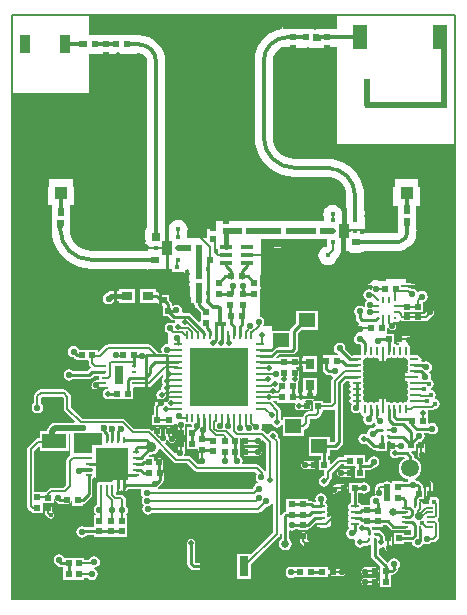
<source format=gtl>
%FSLAX25Y25*%
%MOIN*%
G70*
G01*
G75*
G04 Layer_Physical_Order=1*
G04 Layer_Color=255*
%ADD10C,0.01244*%
%ADD11C,0.01772*%
%ADD12C,0.00787*%
%ADD13C,0.01000*%
%ADD14C,0.01575*%
%ADD15R,0.01969X0.01969*%
%ADD16R,0.01969X0.01969*%
%ADD17R,0.19291X0.19291*%
%ADD18O,0.00984X0.02756*%
%ADD19O,0.02756X0.00984*%
%ADD20R,0.04134X0.04134*%
%ADD21R,0.04134X0.08858*%
%ADD22R,0.01083X0.00984*%
%ADD23R,0.01083X0.01969*%
%ADD24R,0.03150X0.06693*%
%ADD25R,0.07992X0.05000*%
%ADD26R,0.05512X0.04724*%
%ADD27R,0.12992X0.12992*%
%ADD28O,0.00984X0.03150*%
%ADD29O,0.03150X0.00984*%
%ADD30R,0.03937X0.01575*%
%ADD31R,0.03150X0.03543*%
%ADD32R,0.03543X0.03150*%
%ADD33C,0.00787*%
%ADD34R,0.02362X0.01969*%
%ADD35C,0.05906*%
%ADD36O,0.02559X0.00984*%
%ADD37O,0.00984X0.02559*%
%ADD38R,0.11024X0.11024*%
%ADD39R,0.03543X0.06299*%
%ADD40R,0.04921X0.07874*%
%ADD41R,0.05118X0.06693*%
%ADD42O,0.02559X0.00787*%
%ADD43O,0.00787X0.02559*%
%ADD44R,0.03307X0.04803*%
%ADD45R,0.01740X0.01378*%
%ADD46R,0.01772X0.00984*%
%ADD47R,0.02756X0.06299*%
%ADD48C,0.01264*%
%ADD49C,0.01969*%
%ADD50C,0.00866*%
%ADD51C,0.00709*%
%ADD52C,0.00800*%
%ADD53C,0.00591*%
%ADD54C,0.00669*%
%ADD55C,0.00984*%
%ADD56C,0.01181*%
%ADD57C,0.01378*%
%ADD58C,0.01410*%
%ADD59R,0.01953X0.01969*%
%ADD60R,0.02953X0.01969*%
%ADD61R,0.05906X0.04134*%
%ADD62R,0.04423X0.05873*%
%ADD63R,0.09700X0.03900*%
%ADD64R,0.06400X0.04800*%
%ADD65R,0.02400X0.02800*%
%ADD66R,0.02800X0.02400*%
%ADD67R,0.02500X0.02800*%
%ADD68R,0.15900X0.01100*%
%ADD69R,0.02589X0.09647*%
%ADD70R,0.01975X0.09510*%
%ADD71R,0.05649X0.04800*%
%ADD72R,0.18046X0.01322*%
%ADD73R,0.18000X0.02233*%
%ADD74R,0.01364X0.08514*%
%ADD75R,0.01331X0.08465*%
%ADD76R,0.22123X0.02927*%
%ADD77R,0.09823X0.14573*%
%ADD78R,0.08600X0.05500*%
%ADD79R,0.08100X0.05600*%
%ADD80R,0.03700X0.03400*%
%ADD81R,0.06197X0.04400*%
%ADD82R,0.22700X0.03200*%
%ADD83R,0.08421X0.04909*%
%ADD84R,0.01422X0.05191*%
%ADD85R,0.01545X0.00445*%
%ADD86R,0.01558X0.02675*%
%ADD87R,0.04000X0.02020*%
%ADD88C,0.02165*%
%ADD89C,0.01969*%
%ADD90C,0.01575*%
%ADD91C,0.01772*%
%ADD92C,0.11811*%
%ADD93C,0.03543*%
%ADD94C,0.02598*%
%ADD95C,0.02756*%
%ADD96C,0.02559*%
%ADD97C,0.02362*%
G36*
X98581Y66447D02*
X99311Y66302D01*
X99684Y66376D01*
X100092Y66087D01*
X100098Y66043D01*
X100098Y66043D01*
X100098Y66043D01*
Y62622D01*
X98721D01*
X98260Y62530D01*
X97869Y62269D01*
X97082Y61481D01*
X96820Y61091D01*
X96768Y60827D01*
X90158D01*
Y59913D01*
X89992Y59863D01*
X89590Y60161D01*
Y62697D01*
X89498Y63158D01*
X89237Y63548D01*
X86770Y66015D01*
X86771Y66020D01*
X88090D01*
Y65453D01*
X91634D01*
Y65453D01*
X91634D01*
X91634Y65453D01*
X91987Y65453D01*
X91987Y65453D01*
Y65453D01*
X94311D01*
X94547Y65012D01*
X94360Y64732D01*
X94268Y64272D01*
X94360Y63811D01*
X94621Y63420D01*
X95012Y63159D01*
X95472Y63067D01*
X98327D01*
X98788Y63159D01*
X99178Y63420D01*
X99439Y63811D01*
X99531Y64272D01*
X99439Y64732D01*
X99178Y65123D01*
X98788Y65384D01*
X98327Y65476D01*
X97950D01*
X97636Y65947D01*
X98027Y66533D01*
X98290Y66642D01*
X98581Y66447D01*
D02*
G37*
G36*
X131743Y72425D02*
X131668Y72047D01*
X131767Y71548D01*
X132050Y71125D01*
Y71001D01*
X131767Y70578D01*
X131668Y70079D01*
X131767Y69579D01*
X132050Y69156D01*
Y69033D01*
X131767Y68609D01*
X131668Y68110D01*
X131767Y67611D01*
X132050Y67188D01*
Y67064D01*
X131767Y66641D01*
X131668Y66142D01*
X131672Y66123D01*
X131318Y65769D01*
X131299Y65773D01*
X130800Y65674D01*
X130377Y65391D01*
X130253D01*
X129830Y65674D01*
X129331Y65773D01*
X128832Y65674D01*
X128408Y65391D01*
X128285D01*
X127861Y65674D01*
X127362Y65773D01*
X126863Y65674D01*
X126440Y65391D01*
X126316D01*
X125893Y65674D01*
X125394Y65773D01*
X125016Y65698D01*
X124629Y66015D01*
Y71548D01*
X125261Y72180D01*
X125892Y72812D01*
X131426D01*
X131743Y72425D01*
D02*
G37*
G36*
X120957Y80389D02*
X121457Y80290D01*
X121834Y80365D01*
X122221Y80048D01*
Y74016D01*
X122221Y74016D01*
X122313Y73555D01*
X122574Y73164D01*
X122706Y73032D01*
X122574Y72899D01*
X122313Y72508D01*
X122221Y72047D01*
X122221Y72047D01*
Y66015D01*
X121834Y65698D01*
X121457Y65773D01*
X120957Y65674D01*
X120534Y65391D01*
X120411D01*
X119987Y65674D01*
X119488Y65773D01*
X118989Y65674D01*
X118566Y65391D01*
X118442D01*
X118019Y65674D01*
X117520Y65773D01*
X117501Y65769D01*
X117147Y66123D01*
X117151Y66142D01*
X117052Y66641D01*
X116769Y67064D01*
Y67188D01*
X117052Y67611D01*
X117151Y68110D01*
X117052Y68609D01*
X116769Y69033D01*
Y69156D01*
X117052Y69579D01*
X117151Y70079D01*
X117052Y70578D01*
X116769Y71001D01*
Y71125D01*
X117052Y71548D01*
X117151Y72047D01*
X117052Y72546D01*
X116769Y72970D01*
Y73093D01*
X117052Y73516D01*
X117151Y74016D01*
X117052Y74515D01*
X116769Y74938D01*
Y75062D01*
X117052Y75485D01*
X117151Y75984D01*
X117052Y76484D01*
X116769Y76907D01*
Y77030D01*
X117052Y77454D01*
X117151Y77953D01*
X117052Y78452D01*
X116769Y78875D01*
Y78999D01*
X117052Y79422D01*
X117151Y79921D01*
X117147Y79940D01*
X117501Y80294D01*
X117520Y80290D01*
X118019Y80389D01*
X118442Y80672D01*
X118566D01*
X118989Y80389D01*
X119488Y80290D01*
X119987Y80389D01*
X120411Y80672D01*
X120534D01*
X120957Y80389D01*
D02*
G37*
G36*
X53744Y45644D02*
X53744Y45644D01*
X54137Y45382D01*
X54600Y45289D01*
X58314D01*
X60759Y42844D01*
X60759Y42844D01*
X61152Y42581D01*
X61229Y42566D01*
X61615Y42489D01*
X61615Y42489D01*
X80998D01*
X81607Y41881D01*
X81238Y41330D01*
X81093Y40600D01*
X81238Y39870D01*
X81652Y39252D01*
X81840Y39126D01*
X81742Y38636D01*
X81370Y38562D01*
X80752Y38148D01*
X80338Y37530D01*
X80193Y36800D01*
X79008Y36564D01*
X48637D01*
X48594Y36629D01*
X48430Y37026D01*
X50042Y38639D01*
X50327Y39065D01*
X50427Y39567D01*
Y41929D01*
X50328Y42424D01*
Y45768D01*
X50228Y46270D01*
X49944Y46696D01*
X49518Y46980D01*
X49016Y47080D01*
X48513Y46980D01*
X48088Y46696D01*
X47803Y46270D01*
X47742Y45961D01*
X47244Y46011D01*
Y47539D01*
X45649D01*
X45513Y47868D01*
X45817Y48265D01*
X46260Y48206D01*
X46928Y48294D01*
X47550Y48552D01*
X48085Y48962D01*
X48495Y49497D01*
X48732Y50068D01*
X49222Y50166D01*
X53744Y45644D01*
D02*
G37*
G36*
X19300Y48400D02*
X19300D01*
Y48400D01*
X19330Y48052D01*
D01*
X18349Y47070D01*
X18087Y46680D01*
X17996Y46219D01*
X17996Y46219D01*
Y38099D01*
X17001Y37104D01*
X16222D01*
X16095Y37129D01*
X16095Y37129D01*
X13025D01*
X13025Y37129D01*
X12564Y37038D01*
X12174Y36777D01*
X12174Y36777D01*
X11148Y35752D01*
X11133Y35728D01*
X11085Y35656D01*
X10228D01*
Y35656D01*
X10087D01*
X10072Y35672D01*
Y35672D01*
X7339D01*
Y35739D01*
X7304Y35913D01*
Y49501D01*
X8731Y50928D01*
X9193Y50737D01*
Y49331D01*
X18760D01*
Y55182D01*
X19300D01*
Y48400D01*
D02*
G37*
G36*
X76585Y53276D02*
X76545Y53217D01*
X76453Y52756D01*
X76545Y52295D01*
X76806Y51904D01*
X77197Y51643D01*
X77658Y51552D01*
X81791D01*
X82252Y51643D01*
X82643Y51904D01*
X82904Y52295D01*
X82996Y52756D01*
X82981Y52828D01*
X83422Y53064D01*
X84696Y51790D01*
Y42760D01*
X84217Y42615D01*
X84056Y42856D01*
X84056Y42856D01*
X82356Y44556D01*
X81963Y44818D01*
X81500Y44911D01*
X81500Y44911D01*
X76988D01*
X76671Y45297D01*
X76791Y45899D01*
X76646Y46629D01*
X76232Y47247D01*
X75886Y47479D01*
Y50787D01*
D01*
Y50787D01*
X75886Y50787D01*
Y50984D01*
X75886D01*
Y53554D01*
X76371Y53676D01*
X76585Y53276D01*
D02*
G37*
G36*
X108100Y190626D02*
X104665D01*
Y190778D01*
X104299Y190626D01*
X103818D01*
X102900Y190808D01*
X100100D01*
X99178Y190625D01*
X99096Y190570D01*
X96746D01*
Y190610D01*
X90053D01*
Y190178D01*
X89994Y190174D01*
X88329Y189774D01*
X86748Y189119D01*
X85288Y188225D01*
X83987Y187113D01*
X82875Y185812D01*
X81981Y184352D01*
X81326Y182771D01*
X80926Y181106D01*
X80792Y179400D01*
X80800D01*
Y154000D01*
X80785D01*
X80948Y151933D01*
X81432Y149916D01*
X82225Y148001D01*
X83309Y146232D01*
X84655Y144656D01*
X86232Y143309D01*
X88001Y142225D01*
X89916Y141432D01*
X91933Y140948D01*
X94000Y140785D01*
Y140800D01*
X105000D01*
X105025Y140803D01*
X106215Y140686D01*
X107383Y140331D01*
X108460Y139756D01*
X109404Y138982D01*
X110178Y138038D01*
X110754Y136961D01*
X111108Y135793D01*
X111225Y134602D01*
X111222Y134578D01*
Y129491D01*
X110990D01*
Y123389D01*
X117454D01*
Y129491D01*
X117222D01*
Y134578D01*
X117234D01*
X117084Y136492D01*
X116635Y138358D01*
X115901Y140132D01*
X114898Y141769D01*
X113651Y143229D01*
X112191Y144476D01*
X110554Y145479D01*
X108781Y146213D01*
X106914Y146661D01*
X105000Y146812D01*
Y146800D01*
X94000D01*
X93955Y146794D01*
X92593Y146928D01*
X91241Y147338D01*
X89994Y148005D01*
X88902Y148901D01*
X88005Y149994D01*
X87339Y151241D01*
X86928Y152593D01*
X86794Y153955D01*
X86800Y154000D01*
Y179400D01*
X86791Y179467D01*
X86950Y180673D01*
X87441Y181859D01*
X88223Y182877D01*
X89241Y183659D01*
X89982Y183966D01*
X90053Y183917D01*
Y183917D01*
X94429D01*
Y183877D01*
X99025D01*
X99178Y183775D01*
X100100Y183591D01*
X102900D01*
X103822Y183775D01*
X103975Y183877D01*
X104666D01*
Y183877D01*
X104801D01*
X104910Y183768D01*
Y183768D01*
X105308Y183933D01*
X108100D01*
Y151600D01*
X147700D01*
D01*
X147700D01*
X147800Y151500D01*
Y104100D01*
Y0D01*
X0D01*
Y104100D01*
Y168800D01*
X25700D01*
Y181411D01*
X26022Y181475D01*
X26140Y181553D01*
X30826D01*
Y181592D01*
X31374D01*
Y181553D01*
X41610D01*
Y181900D01*
X42300D01*
Y181898D01*
X42967Y181810D01*
X43588Y181553D01*
X44121Y181143D01*
X44530Y180610D01*
X44788Y179989D01*
X44876Y179322D01*
X44878D01*
Y123874D01*
X44756Y123691D01*
X44646D01*
Y123527D01*
X44375Y123122D01*
X44192Y122200D01*
Y119400D01*
X44375Y118478D01*
X44646Y118073D01*
Y117589D01*
X44810D01*
X45140Y117213D01*
X45098Y116900D01*
X45154Y116475D01*
X44758Y116211D01*
X44646D01*
Y116160D01*
X26182D01*
X26137Y116154D01*
X24776Y116288D01*
X23423Y116698D01*
X22177Y117365D01*
X21084Y118261D01*
X20187Y119354D01*
X19521Y120601D01*
X19111Y121953D01*
X19144Y121990D01*
X19446D01*
Y122885D01*
X19609Y123700D01*
Y126500D01*
X19529Y126899D01*
X19708Y127800D01*
Y130600D01*
X19688Y130701D01*
X20006Y131087D01*
X20655D01*
Y139946D01*
X11797D01*
Y131087D01*
X12194D01*
X12512Y130701D01*
X12491Y130600D01*
Y127800D01*
X12571Y127401D01*
X12392Y126500D01*
Y123700D01*
X12575Y122778D01*
X12754Y122511D01*
Y121990D01*
X13075D01*
X13130Y121293D01*
X13614Y119276D01*
X14408Y117360D01*
X15491Y115592D01*
X16838Y114015D01*
X18415Y112669D01*
X20183Y111585D01*
X22099Y110792D01*
X24115Y110307D01*
X26182Y110145D01*
Y110160D01*
X44646D01*
Y110109D01*
X44879D01*
X45378Y109775D01*
X46300Y109591D01*
X48289D01*
X48619Y109216D01*
X48613Y109171D01*
X48711Y108424D01*
X49000Y107727D01*
X49459Y107130D01*
X49508Y107080D01*
X50106Y106621D01*
X50802Y106333D01*
X51550Y106234D01*
X52297Y106333D01*
X52993Y106621D01*
X53591Y107080D01*
X54050Y107678D01*
X54052Y107684D01*
X54178Y107632D01*
X55000Y107523D01*
X55822Y107632D01*
X56588Y107949D01*
X57246Y108454D01*
X57751Y109112D01*
X58069Y109878D01*
X58099Y110109D01*
X58354D01*
Y110109D01*
X58492D01*
X58845Y109755D01*
Y107994D01*
X58829Y107874D01*
X58858Y107655D01*
Y104626D01*
X58876D01*
X59225Y104269D01*
X59157Y101161D01*
X58767Y100848D01*
X58660Y100869D01*
X56805D01*
X56359Y100780D01*
X55982Y100528D01*
X55977Y100523D01*
X55725Y100145D01*
X55636Y99700D01*
X55725Y99255D01*
X55977Y98877D01*
X56354Y98624D01*
X56800Y98536D01*
X56824Y98541D01*
X58631D01*
X58655Y98536D01*
X59101Y98624D01*
X60431D01*
Y97933D01*
X60910D01*
X60990Y97531D01*
X61275Y97105D01*
X62795Y95585D01*
Y93898D01*
D01*
X62795Y93898D01*
X62795Y93898D01*
D01*
D01*
Y93898D01*
X62795D01*
D01*
Y92569D01*
X62333Y92377D01*
X59582Y95129D01*
X59156Y95414D01*
X58653Y95513D01*
X56825D01*
X56508Y95900D01*
X56581Y96269D01*
X56436Y96999D01*
X56023Y97618D01*
X55405Y98031D01*
X54675Y98176D01*
X53945Y98031D01*
X53722Y97882D01*
X53281Y98118D01*
Y98228D01*
X53181Y98731D01*
X52897Y99156D01*
X52362Y99691D01*
Y101378D01*
X49593D01*
X48960Y102011D01*
X48534Y102295D01*
X48031Y102395D01*
X47835D01*
Y103445D01*
X42717D01*
Y98721D01*
X47835D01*
Y98770D01*
X48297Y98961D01*
X48580Y98678D01*
X48819Y98518D01*
Y97984D01*
X48432Y97667D01*
X48425Y97669D01*
X45866D01*
X45252Y97546D01*
X44731Y97198D01*
X44383Y96678D01*
X44260Y96063D01*
X44383Y95448D01*
X44731Y94928D01*
X45252Y94580D01*
X45866Y94457D01*
X48425D01*
X49040Y94580D01*
X49561Y94928D01*
X49718Y95164D01*
X50197Y95019D01*
Y94291D01*
X51785D01*
X52509Y93568D01*
X52509Y93568D01*
X52804Y93273D01*
X52804Y93273D01*
X52804D01*
X52804Y93273D01*
X52804D01*
X52804Y93273D01*
Y93273D01*
Y93273D01*
D01*
D01*
X52804D01*
Y93273D01*
X53230Y92988D01*
X53732Y92888D01*
X54222D01*
X54367Y92410D01*
X53939Y92124D01*
X53916Y92089D01*
X53426Y91992D01*
X53387Y92018D01*
X52658Y92163D01*
X51928Y92018D01*
X51309Y91604D01*
X50896Y90986D01*
X50751Y90256D01*
X50896Y89526D01*
X51309Y88908D01*
X51772Y88599D01*
Y85237D01*
X51575Y85076D01*
X50845Y84931D01*
X50227Y84518D01*
X49813Y83899D01*
X49668Y83169D01*
X49802Y82496D01*
X49485Y82110D01*
X48793D01*
X46292Y84611D01*
X45901Y84872D01*
X45440Y84964D01*
X45440Y84964D01*
X31900D01*
X31439Y84872D01*
X31049Y84611D01*
X28913Y82476D01*
X28451Y82667D01*
Y83172D01*
X25261D01*
X25261Y83172D01*
Y83172D01*
X24908Y83172D01*
X24908D01*
D01*
X24554Y83172D01*
X24554Y83172D01*
Y83172D01*
X22169D01*
X22162Y83206D01*
X21749Y83825D01*
X21130Y84238D01*
X20401Y84383D01*
X19671Y84238D01*
X19052Y83825D01*
X18639Y83206D01*
X18494Y82477D01*
X18639Y81747D01*
X19052Y81128D01*
X19671Y80715D01*
X20401Y80570D01*
X20443Y80578D01*
X20549Y80472D01*
X20975Y80187D01*
X21365Y80110D01*
Y79628D01*
X24908D01*
Y79628D01*
X24908D01*
X24908Y79628D01*
X25122D01*
X25475Y79275D01*
Y78620D01*
X25475Y78620D01*
X25567Y78160D01*
X25828Y77769D01*
X26103Y77494D01*
X26054Y76996D01*
X25709Y76765D01*
X24961Y76017D01*
X20368D01*
X20344Y76053D01*
X19726Y76466D01*
X18996Y76611D01*
X18266Y76466D01*
X17648Y76053D01*
X17234Y75434D01*
X17089Y74705D01*
X17234Y73975D01*
X17648Y73356D01*
X18266Y72943D01*
X18996Y72798D01*
X19726Y72943D01*
X20344Y73356D01*
X20368Y73392D01*
X25505D01*
X26007Y73492D01*
X26433Y73777D01*
X27181Y74524D01*
X28727D01*
Y73064D01*
X28300D01*
X27854Y72975D01*
X27477Y72723D01*
X26677Y71923D01*
X26425Y71545D01*
X26336Y71100D01*
X26425Y70654D01*
X26677Y70277D01*
X27055Y70025D01*
X27500Y69936D01*
X27946Y70025D01*
X28323Y70277D01*
X28782Y70736D01*
X30400D01*
X30845Y70824D01*
X30903Y70863D01*
X31300Y70700D01*
X31300Y70700D01*
X31931D01*
X31980Y70202D01*
X31309Y70069D01*
X30723Y69677D01*
X30331Y69091D01*
X30194Y68400D01*
X30331Y67709D01*
X30723Y67123D01*
X31309Y66731D01*
X32000Y66594D01*
X32691Y66731D01*
X32899Y66870D01*
X33165Y66728D01*
Y66728D01*
X33165Y66728D01*
X36708D01*
Y66728D01*
X36708D01*
X36708Y66728D01*
X37061Y66728D01*
X37062Y66728D01*
Y66728D01*
X40251D01*
Y70272D01*
D01*
Y70272D01*
X40600Y70621D01*
X42273D01*
Y70696D01*
X45400D01*
X45400Y70696D01*
X45861Y70787D01*
X46251Y71048D01*
X49892Y74689D01*
X50307Y74563D01*
X50380Y74069D01*
X50297Y74014D01*
X49906Y73427D01*
X49768Y72736D01*
X49906Y72045D01*
X50184Y71629D01*
X49808Y71065D01*
X49670Y70374D01*
X49693Y70257D01*
X49415Y69841D01*
X49104Y69779D01*
X48518Y69388D01*
X48126Y68801D01*
X47989Y68110D01*
X48126Y67419D01*
X48367Y67059D01*
X48052Y66848D01*
X47638Y66230D01*
X47493Y65500D01*
X47610Y64913D01*
X47534Y64837D01*
X47273Y64447D01*
X47182Y63986D01*
X47182Y63986D01*
Y61528D01*
X46614D01*
Y57984D01*
X50157D01*
Y57984D01*
X50157D01*
X50157Y57984D01*
X50354D01*
Y57984D01*
X53898D01*
Y58366D01*
X54877D01*
X55096Y58100D01*
Y55516D01*
X55095Y55512D01*
X55187Y55051D01*
X55448Y54660D01*
X55838Y54399D01*
X56299Y54308D01*
X56760Y54399D01*
X57151Y54660D01*
X57152Y54661D01*
X57413Y55052D01*
X57504Y55513D01*
X57504Y55513D01*
Y58100D01*
X57723Y58366D01*
X59357D01*
X59540Y58244D01*
X59866Y58179D01*
X59806Y57874D01*
X59847Y57670D01*
X59529Y57284D01*
X58071D01*
Y53740D01*
X58071Y53740D01*
X58071Y53543D01*
X58071D01*
Y50000D01*
X61614D01*
X61614Y50000D01*
Y50000D01*
X61915Y49940D01*
X61995Y49821D01*
X62095Y49321D01*
X62182Y49191D01*
Y46161D01*
X62273Y45701D01*
X62506Y45352D01*
X62415Y45180D01*
X62006Y45120D01*
X61709Y45318D01*
X59671Y47356D01*
X59278Y47618D01*
X58815Y47711D01*
X58815Y47711D01*
X57267D01*
X57076Y48173D01*
X57151Y48248D01*
X57151Y48248D01*
X57412Y48638D01*
X57503Y49099D01*
X57503Y49099D01*
Y51772D01*
X57412Y52232D01*
X57151Y52623D01*
X56760Y52884D01*
X56299Y52976D01*
X55838Y52884D01*
X55448Y52623D01*
X55187Y52232D01*
X55095Y51772D01*
Y49598D01*
X55049Y49551D01*
X54787Y49161D01*
X54702Y48733D01*
X54396Y48640D01*
X54209Y48603D01*
X50926Y51886D01*
X50951Y52148D01*
X51213Y52539D01*
X51283Y52891D01*
X51761Y53036D01*
X52349Y52448D01*
X52739Y52187D01*
X53200Y52096D01*
X53661Y52187D01*
X54052Y52448D01*
X54313Y52839D01*
X54404Y53300D01*
X54313Y53761D01*
X54052Y54151D01*
X53330Y54873D01*
Y56213D01*
X53239Y56673D01*
X52978Y57064D01*
X52587Y57325D01*
X52126Y57417D01*
X51665Y57325D01*
X51275Y57064D01*
X51013Y56673D01*
X50922Y56213D01*
Y54768D01*
X50535Y54451D01*
X50306Y54497D01*
X49590Y55213D01*
Y56213D01*
X49498Y56673D01*
X49237Y57064D01*
X48847Y57325D01*
X48386Y57417D01*
X47925Y57325D01*
X47534Y57064D01*
X47273Y56673D01*
X47188Y56247D01*
X46710Y56102D01*
X46356Y56456D01*
X45963Y56718D01*
X45500Y56811D01*
X45500Y56811D01*
X40608D01*
X37599Y59819D01*
X37207Y60081D01*
X36743Y60174D01*
X36743Y60174D01*
X23238D01*
X19511Y63902D01*
Y67500D01*
X19511Y67500D01*
X19434Y67886D01*
X19419Y67963D01*
X19156Y68356D01*
X19156Y68356D01*
X17956Y69556D01*
X17563Y69819D01*
X17100Y69911D01*
X17100Y69911D01*
X9400D01*
X9400Y69911D01*
X8937Y69819D01*
X8544Y69556D01*
X7510Y68522D01*
X7248Y68129D01*
X7156Y67666D01*
X7156Y67666D01*
Y65318D01*
X7018Y65226D01*
X6605Y64608D01*
X6459Y63878D01*
X6605Y63148D01*
X7018Y62530D01*
X7637Y62116D01*
X8366Y61971D01*
X9096Y62116D01*
X9714Y62530D01*
X10128Y63148D01*
X10273Y63878D01*
X10128Y64608D01*
X9714Y65226D01*
X9577Y65318D01*
Y67165D01*
X9901Y67489D01*
X16599D01*
X17089Y66998D01*
Y63400D01*
X17089Y63400D01*
X17181Y62937D01*
X17444Y62544D01*
X20731Y59257D01*
X20540Y58794D01*
X14272D01*
X13580Y58657D01*
X12994Y58266D01*
X12109Y57380D01*
X11717Y56794D01*
X11580Y56102D01*
X11580Y56102D01*
X11580D01*
X11579D01*
X11580Y55905D01*
X9193D01*
Y53704D01*
X8600D01*
X8139Y53613D01*
X7983Y53508D01*
X7749Y53351D01*
X7748Y53351D01*
X5249Y50852D01*
X4987Y50461D01*
X4896Y50000D01*
X4896Y50000D01*
Y35774D01*
X4896Y35774D01*
X4930Y35599D01*
Y31065D01*
X4930Y31065D01*
X5022Y30604D01*
X5283Y30214D01*
X5992Y29505D01*
X5992Y29505D01*
X6382Y29244D01*
X6528Y29215D01*
Y28585D01*
X10072D01*
Y32113D01*
X10228D01*
Y32113D01*
X13772D01*
Y33261D01*
X14269Y33310D01*
X14338Y32962D01*
X14623Y32536D01*
X15115Y32044D01*
X15541Y31760D01*
X16043Y31660D01*
X18209D01*
X18711Y31760D01*
X19137Y32044D01*
X19421Y32470D01*
X19483Y32779D01*
X19980Y32730D01*
Y31201D01*
X23524D01*
Y31670D01*
X23975Y31760D01*
X24401Y32044D01*
X26322Y33966D01*
X26606Y34391D01*
X26706Y34894D01*
Y40052D01*
X27104Y40318D01*
X27321Y40644D01*
X27800Y40499D01*
Y39800D01*
X33572D01*
X33740Y39329D01*
X33636Y39243D01*
X33366Y39297D01*
X32867Y39197D01*
X32444Y38915D01*
X32320D01*
X31897Y39197D01*
X31398Y39297D01*
X30898Y39197D01*
X30475Y38915D01*
X30352D01*
X29928Y39197D01*
X29429Y39297D01*
X28930Y39197D01*
X28507Y38915D01*
X28224Y38491D01*
X28124Y37992D01*
Y36417D01*
X28224Y35918D01*
X28225Y35917D01*
Y31531D01*
X27652Y31148D01*
X27238Y30530D01*
X27093Y29800D01*
X27238Y29070D01*
X27652Y28452D01*
X27739Y28393D01*
X27594Y27915D01*
X27228D01*
Y24725D01*
X27228Y24725D01*
X27228D01*
X27228Y24372D01*
Y24372D01*
X27228D01*
X27228Y23913D01*
X24402D01*
X24030Y24162D01*
X23300Y24307D01*
X22570Y24162D01*
X21952Y23748D01*
X21538Y23130D01*
X21393Y22400D01*
X21538Y21670D01*
X21952Y21052D01*
X22570Y20638D01*
X23300Y20493D01*
X24030Y20638D01*
X24648Y21052D01*
X24806Y21287D01*
X27228D01*
Y20828D01*
X30772D01*
Y20828D01*
X30772D01*
X30772Y20828D01*
X31028D01*
Y20828D01*
X34572D01*
Y20828D01*
X34572D01*
X34572Y20828D01*
X34828D01*
Y20828D01*
X38372D01*
Y24018D01*
X38372Y24018D01*
X38372D01*
X38372Y24372D01*
Y24372D01*
D01*
X38372D01*
X38372Y24372D01*
X38372Y24725D01*
X38372Y24725D01*
X38372D01*
Y27915D01*
X38106D01*
X37961Y28393D01*
X38048Y28452D01*
X38462Y29070D01*
X38607Y29800D01*
X38462Y30530D01*
X38048Y31148D01*
X37904Y31245D01*
Y33200D01*
X37904Y33200D01*
X37813Y33661D01*
X37552Y34051D01*
X37552Y34051D01*
X37090Y34513D01*
X36699Y34774D01*
X36239Y34866D01*
X36239Y34866D01*
X34849D01*
X34570Y35144D01*
Y35600D01*
X34644Y35711D01*
X34957Y35967D01*
X35335Y35892D01*
X35837Y35992D01*
X36263Y36277D01*
X36375D01*
X36801Y35992D01*
X37303Y35892D01*
X37806Y35992D01*
X38231Y36277D01*
X38536Y36581D01*
X42810D01*
X43045Y36140D01*
X43038Y36130D01*
X42893Y35400D01*
X43038Y34670D01*
X43452Y34052D01*
X43545Y33989D01*
X43238Y33530D01*
X43093Y32800D01*
X43238Y32070D01*
X43652Y31452D01*
X43838Y31327D01*
X43438Y30730D01*
X43293Y30000D01*
X43438Y29270D01*
X43852Y28652D01*
X44470Y28238D01*
X45200Y28093D01*
X45930Y28238D01*
X46548Y28652D01*
X46671Y28836D01*
X82000D01*
X82446Y28925D01*
X82823Y29177D01*
X84483Y30836D01*
X84700Y30793D01*
X85430Y30938D01*
X86048Y31352D01*
X86383Y31852D01*
X86861Y31707D01*
Y22178D01*
X79697Y15014D01*
X79648Y15034D01*
Y15034D01*
X79648Y15034D01*
X74924D01*
Y6766D01*
X79648D01*
Y11559D01*
X88917Y20828D01*
X88917Y20828D01*
X89073Y21062D01*
X89178Y21219D01*
X89258Y21621D01*
X89756Y21572D01*
Y20054D01*
X89510Y19890D01*
X89053Y19207D01*
X88893Y18400D01*
X89053Y17594D01*
X89510Y16910D01*
X90193Y16453D01*
X91000Y16293D01*
X91807Y16453D01*
X92490Y16910D01*
X92947Y17594D01*
X93107Y18400D01*
X92947Y19207D01*
X92490Y19890D01*
X92244Y20054D01*
Y22604D01*
X92631Y22921D01*
X93252Y22798D01*
X93981Y22943D01*
X94600Y23357D01*
X94669Y23460D01*
X95177D01*
Y22933D01*
X98721D01*
Y23499D01*
X99000Y23555D01*
X99404Y23825D01*
X101184Y25606D01*
X101625Y25370D01*
X101552Y25000D01*
X101643Y24539D01*
X101904Y24148D01*
X102295Y23887D01*
X102756Y23796D01*
X102756Y23796D01*
X104724D01*
X104724Y23796D01*
X105185Y23887D01*
X105576Y24148D01*
X108176Y26748D01*
X108465D01*
X108925Y26840D01*
X109316Y27101D01*
X109577Y27492D01*
X109669Y27953D01*
X109577Y28414D01*
X109316Y28804D01*
X108925Y29065D01*
X108465Y29157D01*
X107677D01*
X107216Y29065D01*
X106826Y28804D01*
X106826Y28804D01*
X105501Y27479D01*
X105003Y27529D01*
X104761Y27891D01*
Y28014D01*
X105044Y28438D01*
X105143Y28937D01*
X105044Y29436D01*
X104761Y29860D01*
Y29983D01*
X105044Y30406D01*
X105143Y30906D01*
X105044Y31405D01*
X104761Y31828D01*
X104338Y32111D01*
X104310Y32178D01*
X104616Y32636D01*
X104761Y33366D01*
X104616Y34096D01*
X104203Y34714D01*
X103584Y35128D01*
X102854Y35273D01*
X102125Y35128D01*
X101506Y34714D01*
X101093Y34096D01*
X100948Y33366D01*
X101093Y32636D01*
X101123Y32591D01*
X100990Y32342D01*
X100496Y32268D01*
X100289Y32474D01*
X99886Y32744D01*
X99409Y32839D01*
X98721D01*
Y33366D01*
X95177D01*
D01*
D01*
X95177Y33366D01*
X94882D01*
Y33366D01*
X91339D01*
Y29823D01*
D01*
X91339Y29823D01*
X91339Y29823D01*
D01*
D01*
Y29823D01*
X91339D01*
D01*
Y29293D01*
X90875Y29201D01*
X90471Y28931D01*
X90020Y28480D01*
X89750Y28076D01*
X89270Y28172D01*
Y52835D01*
X89270Y52835D01*
X89178Y53295D01*
X88917Y53686D01*
X88917Y53686D01*
X88585Y54018D01*
X88635Y54267D01*
X88497Y54958D01*
X88106Y55544D01*
X87520Y55936D01*
X86828Y56073D01*
X86137Y55936D01*
X85551Y55544D01*
X85288Y55151D01*
X84790Y55102D01*
X84119Y55773D01*
X83729Y56034D01*
X83268Y56125D01*
X83268Y56125D01*
X83239D01*
X83003Y56567D01*
X83061Y56652D01*
X83206Y57382D01*
X83061Y58112D01*
X83197Y58366D01*
X86402D01*
X86422Y58265D01*
X86813Y57679D01*
X87399Y57288D01*
X88090Y57150D01*
X88782Y57288D01*
X89368Y57679D01*
X89679Y58145D01*
X90158Y58000D01*
Y54528D01*
X97244D01*
Y56532D01*
X97410Y56565D01*
X97800Y56826D01*
X98785Y57810D01*
X98785Y57810D01*
X98941Y58044D01*
X99046Y58201D01*
X99137Y58661D01*
Y60131D01*
X99219Y60213D01*
X101279D01*
X101279Y60213D01*
X101740Y60305D01*
X102131Y60566D01*
X102722Y61156D01*
X102722Y61156D01*
X102878Y61391D01*
X102983Y61547D01*
X103074Y62008D01*
Y62500D01*
X103642D01*
Y63067D01*
X106496D01*
X106496Y63067D01*
X106957Y63159D01*
X107271Y63369D01*
X107712Y63134D01*
Y52779D01*
X107162Y52229D01*
X105905D01*
Y54134D01*
X98819D01*
Y47835D01*
X102791D01*
Y46457D01*
X102264D01*
Y42913D01*
X103736D01*
X104053Y42527D01*
X104012Y42323D01*
X104012Y42323D01*
Y41140D01*
X103937Y41078D01*
X103246Y40940D01*
X102660Y40549D01*
X102268Y39963D01*
X102131Y39272D01*
X102268Y38580D01*
X102660Y37994D01*
X103246Y37603D01*
X103937Y37465D01*
X104628Y37603D01*
X105214Y37994D01*
X105606Y38580D01*
X105743Y39272D01*
X105726Y39358D01*
X106068Y39700D01*
X106329Y40090D01*
X106421Y40551D01*
X106421Y40551D01*
Y41824D01*
X109554Y44957D01*
X110630D01*
Y44390D01*
X114173D01*
Y44390D01*
X114173D01*
X114173Y44390D01*
X114279D01*
X114632Y44036D01*
Y43799D01*
X114173D01*
Y40256D01*
X117717D01*
Y43176D01*
X119291D01*
X119794Y43275D01*
X120220Y43560D01*
X120220Y43560D01*
X120220Y43560D01*
X120430Y43771D01*
X120472Y43763D01*
X121202Y43908D01*
X121821Y44321D01*
X122234Y44940D01*
X122379Y45669D01*
X122234Y46399D01*
X121821Y47017D01*
X121202Y47431D01*
X120472Y47576D01*
X119743Y47431D01*
X119124Y47017D01*
X118711Y46399D01*
X118592Y45801D01*
X117717D01*
Y47933D01*
X114527D01*
X114527Y47933D01*
Y47933D01*
X114173Y47933D01*
D01*
X114173Y47933D01*
X114173Y47933D01*
D01*
X113820Y47933D01*
X113820Y47933D01*
Y47933D01*
X110630D01*
Y47366D01*
X109055D01*
X108594Y47274D01*
X108204Y47013D01*
X108204Y47013D01*
X106269Y45078D01*
X105807Y45270D01*
Y46457D01*
X105280D01*
Y47835D01*
X105905D01*
Y49740D01*
X107677D01*
X108153Y49835D01*
X108557Y50104D01*
X109837Y51384D01*
X110106Y51788D01*
X110201Y52264D01*
Y71729D01*
X111244Y72771D01*
X112127D01*
X112444Y72385D01*
X112376Y72047D01*
X112476Y71548D01*
X112759Y71125D01*
Y71001D01*
X112476Y70578D01*
X112376Y70079D01*
X112476Y69579D01*
X112759Y69156D01*
Y69033D01*
X112476Y68609D01*
X112376Y68110D01*
X112476Y67611D01*
X112759Y67188D01*
Y67064D01*
X112476Y66641D01*
X112376Y66142D01*
X112476Y65642D01*
X112759Y65219D01*
X113142Y64963D01*
X112904Y64608D01*
X112759Y63878D01*
X112904Y63148D01*
X113317Y62530D01*
X113936Y62116D01*
X114665Y61971D01*
X115395Y62116D01*
X115674Y62303D01*
X115944D01*
X116240Y62181D01*
X116314Y61804D01*
X116597Y61381D01*
X117020Y61098D01*
X117174Y60727D01*
X117136Y60671D01*
X116991Y59941D01*
X117136Y59211D01*
X117549Y58593D01*
X118168Y58179D01*
X118898Y58034D01*
X119627Y58179D01*
X120246Y58593D01*
X120373Y58783D01*
X120863Y58685D01*
X120876Y58621D01*
X120889Y58602D01*
X121079Y57646D01*
X120675Y57376D01*
X120398Y57099D01*
X120276Y57123D01*
X119546Y56978D01*
X118927Y56565D01*
X118514Y55946D01*
X118369Y55216D01*
X118369Y55216D01*
X118369Y55216D01*
X118368Y55201D01*
X117917Y54985D01*
X117791Y55069D01*
X117100Y55206D01*
X116409Y55069D01*
X115823Y54677D01*
X115431Y54091D01*
X115294Y53400D01*
X115431Y52709D01*
X115823Y52123D01*
X116409Y51731D01*
X117100Y51594D01*
X117791Y51731D01*
X118021Y51885D01*
X119653Y50253D01*
X120079Y49968D01*
X120581Y49869D01*
X121358D01*
Y49409D01*
X124902D01*
Y52469D01*
X124951Y52543D01*
X125288Y52820D01*
X125630Y52752D01*
X126037D01*
X126182Y52273D01*
X125822Y52033D01*
X125561Y51642D01*
X125469Y51181D01*
X125561Y50720D01*
X125822Y50330D01*
X126037Y50186D01*
X126134Y49695D01*
X125931Y49391D01*
X125794Y48700D01*
X125931Y48009D01*
X126323Y47423D01*
X126909Y47031D01*
X127600Y46894D01*
X128291Y47031D01*
X128824Y47387D01*
X130689D01*
X130777Y46942D01*
X130767Y46889D01*
X130714Y46867D01*
X129932Y46268D01*
X129333Y45486D01*
X128956Y44576D01*
X128828Y43600D01*
X128956Y42624D01*
X129333Y41714D01*
X129932Y40933D01*
X130714Y40333D01*
X131624Y39956D01*
X131864Y39924D01*
X131999Y39627D01*
X131728Y39206D01*
X130217D01*
Y39272D01*
X126673D01*
Y38899D01*
X126195Y38754D01*
X126179Y38777D01*
X125593Y39169D01*
X124902Y39306D01*
X124210Y39169D01*
X123624Y38777D01*
X123624Y38777D01*
X123575Y38704D01*
X122638D01*
X122638Y38704D01*
X122177Y38612D01*
X121786Y38352D01*
X121786Y38352D01*
X121393Y37958D01*
X121132Y37567D01*
X121040Y37106D01*
X121040Y37106D01*
Y35335D01*
X121132Y34874D01*
X120333Y34340D01*
X120333D01*
X120333Y34340D01*
X119715Y33927D01*
X119301Y33308D01*
X119156Y32579D01*
X119301Y31849D01*
X119308Y31839D01*
X119073Y31398D01*
X116463D01*
X116461Y31405D01*
X116178Y31828D01*
X115755Y32111D01*
X115319Y32197D01*
Y35335D01*
X115847D01*
Y35335D01*
X115853Y35356D01*
X116324Y35525D01*
X116593Y35345D01*
X117323Y35200D01*
X118052Y35345D01*
X118671Y35758D01*
X119084Y36377D01*
X119229Y37106D01*
X119084Y37836D01*
X118671Y38455D01*
X118052Y38868D01*
X117323Y39013D01*
X116593Y38868D01*
X116324Y38688D01*
X115853Y38856D01*
X115847Y38878D01*
Y38878D01*
X112303D01*
Y35335D01*
X112830D01*
Y32158D01*
X112591Y32111D01*
X112168Y31828D01*
X111885Y31405D01*
X111786Y30906D01*
X111885Y30406D01*
X112168Y29983D01*
Y29860D01*
X111885Y29436D01*
X111786Y28937D01*
X111885Y28438D01*
X112168Y28014D01*
Y27891D01*
X111885Y27468D01*
X111786Y26969D01*
X111885Y26469D01*
X112168Y26046D01*
Y25923D01*
X111885Y25499D01*
X111786Y25000D01*
X111885Y24501D01*
X112168Y24078D01*
X112264Y24014D01*
Y23514D01*
X111939Y23297D01*
X111526Y22679D01*
X111381Y21949D01*
X111526Y21219D01*
X111939Y20601D01*
X112558Y20187D01*
X113287Y20042D01*
X114005Y20185D01*
X114283Y19769D01*
X114231Y19691D01*
X114094Y19000D01*
X114231Y18309D01*
X114623Y17723D01*
X115209Y17331D01*
X115900Y17194D01*
X116591Y17331D01*
X117177Y17723D01*
X117226Y17796D01*
X118200D01*
X118200Y17796D01*
X118661Y17887D01*
X119031Y18135D01*
X119472Y17899D01*
Y14516D01*
X119572Y14013D01*
X119856Y13588D01*
X122636Y10808D01*
Y7727D01*
D01*
D01*
X122636Y7727D01*
X122636Y7628D01*
X122636D01*
Y4085D01*
X126180D01*
Y7628D01*
D01*
Y7628D01*
X126180Y7628D01*
X126180Y7727D01*
D01*
X126180Y8186D01*
X126698D01*
X127201Y8286D01*
X127627Y8570D01*
X127627Y8570D01*
X127627Y8570D01*
X128328Y9272D01*
X128613Y9698D01*
X128629Y9781D01*
X128713Y10200D01*
X128675Y10391D01*
X129062Y10970D01*
X129207Y11700D01*
X129062Y12430D01*
X128648Y13048D01*
X128030Y13462D01*
X127300Y13607D01*
X126570Y13462D01*
X125952Y13048D01*
X125538Y12430D01*
X125507Y12273D01*
X125029Y12128D01*
X122097Y15059D01*
Y16839D01*
X122483Y17157D01*
X122800Y17094D01*
X123491Y17231D01*
X123645Y17334D01*
X124107Y17143D01*
X124183Y16764D01*
X124444Y16373D01*
X124834Y16112D01*
X125295Y16020D01*
X125756Y16112D01*
X126147Y16373D01*
X126408Y16764D01*
X126499Y17224D01*
Y20276D01*
X126408Y20736D01*
X126147Y21127D01*
X125756Y21388D01*
X125295Y21480D01*
X124834Y21388D01*
X124461Y21139D01*
X124368Y21178D01*
X123978Y21438D01*
X123950Y21581D01*
X123680Y21985D01*
X122899Y22766D01*
X122495Y23035D01*
X122019Y23130D01*
X120784D01*
X120308Y23035D01*
X120055Y23415D01*
X120055Y23415D01*
X120055D01*
X120037Y23501D01*
X120021Y23584D01*
X119939Y23706D01*
X120048Y24194D01*
X120079Y24213D01*
D01*
X120079Y24213D01*
X123622D01*
Y24740D01*
X124681D01*
X126089Y23333D01*
X126492Y23063D01*
X126969Y22968D01*
X131004D01*
X131206Y23008D01*
X131890D01*
X132351Y23100D01*
X132567Y23244D01*
X133008Y23009D01*
Y21677D01*
X132851Y21520D01*
X130610D01*
Y22047D01*
X127067D01*
Y18504D01*
X130610D01*
Y19031D01*
X133244D01*
X133376Y18365D01*
X133790Y17746D01*
X134408Y17333D01*
X135138Y17188D01*
X135868Y17333D01*
X136486Y17746D01*
X136869Y18319D01*
X137359Y18417D01*
X137361Y18416D01*
X138091Y18271D01*
X138820Y18416D01*
X139439Y18829D01*
X139562Y19013D01*
X140354D01*
X140800Y19102D01*
X141177Y19354D01*
X141926Y20102D01*
X142178Y20480D01*
X142266Y20925D01*
Y25335D01*
X142178Y25780D01*
X141926Y26158D01*
X141759Y26325D01*
Y26825D01*
X141965Y27031D01*
X142217Y27409D01*
X142232Y27483D01*
X142306Y27854D01*
Y31791D01*
X142289Y31877D01*
X142222Y32214D01*
X142256Y32383D01*
X142126Y33036D01*
X141756Y33590D01*
X141202Y33960D01*
X140550Y34089D01*
X140320Y34044D01*
X140042Y34459D01*
X140187Y34677D01*
X140279Y35138D01*
Y38091D01*
X140279Y38091D01*
X140187Y38551D01*
X139926Y38942D01*
X139631Y39237D01*
X139240Y39498D01*
X138779Y39590D01*
X138319Y39498D01*
X137928Y39237D01*
X137667Y38847D01*
X137575Y38386D01*
X137667Y37925D01*
X137871Y37620D01*
Y35138D01*
X137962Y34677D01*
X138223Y34286D01*
X138614Y34025D01*
X139075Y33934D01*
X139189Y33359D01*
X138973Y33036D01*
X138844Y32383D01*
X138900Y32103D01*
X138582Y31716D01*
X137992D01*
X137992Y31716D01*
X137531Y31624D01*
X137424Y31553D01*
X136962Y31744D01*
X136939Y31859D01*
X136678Y32249D01*
X136288Y32510D01*
X135827Y32602D01*
X135565Y32817D01*
Y33315D01*
X135616Y33366D01*
X137303D01*
Y36909D01*
X136844D01*
Y37598D01*
X136744Y38101D01*
X136460Y38527D01*
X135869Y39117D01*
X135443Y39402D01*
X134941Y39502D01*
X134837D01*
X134813Y39537D01*
X134194Y39950D01*
X134169Y40202D01*
X134486Y40333D01*
X135267Y40933D01*
X135867Y41714D01*
X136244Y42624D01*
X136372Y43600D01*
X136244Y44576D01*
X135867Y45486D01*
X135267Y46268D01*
X134486Y46867D01*
X133913Y47105D01*
Y47500D01*
X133813Y48002D01*
X133699Y48173D01*
X133528Y48428D01*
X132910Y49046D01*
X133102Y49508D01*
X134547D01*
Y51650D01*
X134988Y51886D01*
X135206Y51740D01*
X135115Y51279D01*
Y48327D01*
X135206Y47866D01*
X135467Y47475D01*
X135858Y47214D01*
X136319Y47122D01*
X136780Y47214D01*
X137170Y47475D01*
X137432Y47866D01*
X137523Y48327D01*
Y51279D01*
X137432Y51740D01*
X137170Y52131D01*
X136780Y52392D01*
X136590Y52430D01*
X136492Y52920D01*
X136880Y53179D01*
X137293Y53798D01*
X137438Y54527D01*
X137293Y55257D01*
X137395Y55449D01*
X138657D01*
X139270Y55038D01*
X140000Y54893D01*
X140730Y55038D01*
X141348Y55452D01*
X141762Y56070D01*
X141907Y56800D01*
X141762Y57530D01*
X141348Y58148D01*
X140730Y58562D01*
X140000Y58707D01*
X139270Y58562D01*
X139076Y58432D01*
X138635Y58668D01*
Y61272D01*
X138635Y61272D01*
X138635D01*
X138567Y61399D01*
X138578Y61415D01*
X138716Y62106D01*
X138578Y62798D01*
X138724Y63069D01*
X139873D01*
X140296Y63153D01*
X140654Y63393D01*
X140654Y63393D01*
X140654Y63393D01*
X140679Y63418D01*
X140800Y63394D01*
X141453Y63524D01*
X142006Y63894D01*
X142376Y64447D01*
X142506Y65100D01*
X142376Y65753D01*
X142006Y66306D01*
X141453Y66676D01*
X140800Y66806D01*
X140727Y67174D01*
X140976Y67547D01*
X141106Y68200D01*
X140976Y68853D01*
X140606Y69406D01*
X140053Y69776D01*
X139400Y69906D01*
X139341Y70202D01*
X139453Y70224D01*
X140006Y70594D01*
X140376Y71147D01*
X140506Y71800D01*
X140376Y72453D01*
X140006Y73006D01*
X139453Y73376D01*
X139428Y73437D01*
X139458Y73483D01*
X139604Y74213D01*
X139458Y74942D01*
X139045Y75561D01*
Y75817D01*
X139340Y76014D01*
X139754Y76632D01*
X139899Y77362D01*
X139754Y78092D01*
X139340Y78711D01*
X138722Y79124D01*
X137992Y79269D01*
X137262Y79124D01*
X137210Y79088D01*
X137189Y79102D01*
X136713Y79197D01*
X136692D01*
X136375Y79584D01*
X136442Y79921D01*
X136343Y80421D01*
X136060Y80844D01*
X135637Y81126D01*
X135138Y81226D01*
X132972D01*
X132954Y81222D01*
X132600Y81576D01*
X132604Y81595D01*
Y83760D01*
X132504Y84259D01*
X132222Y84682D01*
X131849Y84931D01*
X131994Y85410D01*
X132185D01*
X132646Y85502D01*
X133037Y85763D01*
X133298Y86153D01*
X133389Y86614D01*
X133298Y87075D01*
X133037Y87466D01*
X132646Y87727D01*
X132185Y87818D01*
X129035D01*
X128575Y87727D01*
X128184Y87466D01*
X127923Y87075D01*
X127831Y86614D01*
X127923Y86153D01*
X128184Y85763D01*
X128575Y85502D01*
X128731Y85470D01*
X128832Y84965D01*
X128408Y84682D01*
X128285D01*
X127861Y84965D01*
X127362Y85064D01*
X127264Y85145D01*
Y88386D01*
X125197D01*
X124902Y88681D01*
X124902Y88739D01*
X124902Y88739D01*
X124902D01*
Y90360D01*
X125364Y90552D01*
X125822Y90093D01*
X126212Y89832D01*
X126673Y89741D01*
X127134Y89832D01*
X127525Y90093D01*
X127786Y90484D01*
X127877Y90945D01*
X127786Y91406D01*
X127525Y91796D01*
X126893Y92428D01*
Y92520D01*
X128986D01*
Y92736D01*
X129427Y92971D01*
X129559Y92883D01*
X130020Y92792D01*
X137795D01*
X137795Y92792D01*
X138256Y92883D01*
X138647Y93145D01*
X140320Y94818D01*
X140581Y95208D01*
X140673Y95669D01*
X140581Y96130D01*
X140320Y96521D01*
X139929Y96782D01*
X139469Y96873D01*
X139008Y96782D01*
X138617Y96521D01*
X137296Y95200D01*
X130609D01*
X130542Y95540D01*
X130437Y95696D01*
X130475Y95768D01*
X133268D01*
Y95768D01*
X133268D01*
X133268Y95768D01*
X133465D01*
Y95768D01*
X137008D01*
Y99057D01*
X137344Y99124D01*
X137962Y99538D01*
X138376Y100156D01*
X138521Y100886D01*
X138376Y101616D01*
X137962Y102234D01*
X137344Y102647D01*
X136614Y102793D01*
X135884Y102647D01*
X135266Y102234D01*
X134850Y102317D01*
X134832Y102403D01*
X134419Y103022D01*
X133800Y103435D01*
X133071Y103580D01*
X132819Y103530D01*
X132741Y103607D01*
X132351Y103868D01*
X131890Y103960D01*
X131890Y103960D01*
X129528D01*
Y104626D01*
X134882D01*
X134808Y104682D01*
X133970Y105029D01*
X133347Y105112D01*
X133280Y105163D01*
X132609Y105441D01*
X131890Y105536D01*
X131102D01*
Y106693D01*
X124409D01*
Y106299D01*
X124213Y106126D01*
X122226D01*
X121979Y106228D01*
X121260Y106323D01*
X120540Y106228D01*
X119870Y105951D01*
X119294Y105509D01*
X118853Y104933D01*
X118840Y104902D01*
X118061Y104799D01*
X117642Y104626D01*
X120032D01*
X120268Y104185D01*
X120147Y104004D01*
X120056Y103543D01*
X119693Y103204D01*
X119690Y103205D01*
X119690Y103205D01*
X119690Y103205D01*
X118960Y103350D01*
X118230Y103205D01*
X117612Y102792D01*
X117198Y102173D01*
X117053Y101443D01*
X117198Y100714D01*
X117612Y100095D01*
X118230Y99682D01*
X118230Y99682D01*
X118042Y99380D01*
X118042Y99380D01*
X118042D01*
X117628Y98761D01*
X117483Y98032D01*
X117568Y97607D01*
X117152Y97329D01*
X116589Y97705D01*
X115860Y97850D01*
X115130Y97705D01*
X114512Y97292D01*
X114098Y96673D01*
X113953Y95943D01*
X114098Y95214D01*
X114512Y94595D01*
X114556Y94566D01*
Y93600D01*
X114650Y93124D01*
X114920Y92720D01*
X115520Y92120D01*
X115691Y92006D01*
Y91506D01*
X115623Y91461D01*
X115389Y91304D01*
X115389Y91304D01*
X115093Y91009D01*
X114832Y90618D01*
X114741Y90158D01*
X114832Y89697D01*
X115093Y89306D01*
X115379Y89115D01*
X115281Y88625D01*
X115018Y88573D01*
X114400Y88159D01*
X113987Y87541D01*
X113841Y86811D01*
X113987Y86081D01*
X114400Y85463D01*
X115018Y85049D01*
X115748Y84904D01*
X115889Y84932D01*
X116275Y84615D01*
Y84062D01*
X116215Y83760D01*
Y81595D01*
X116219Y81576D01*
X115865Y81222D01*
X115847Y81226D01*
X113681D01*
X113378Y81166D01*
X113212D01*
X111020Y83358D01*
X111060Y83563D01*
X110915Y84293D01*
X110502Y84911D01*
X109883Y85325D01*
X109153Y85470D01*
X108424Y85325D01*
X107805Y84911D01*
X107392Y84293D01*
X107247Y83563D01*
X107392Y82833D01*
X107805Y82215D01*
X108424Y81801D01*
X108586Y81769D01*
X108537Y81272D01*
X106308D01*
D01*
X106308Y81272D01*
X106308D01*
Y81272D01*
D01*
X102765D01*
Y77728D01*
X103292D01*
Y76764D01*
X103387Y76288D01*
X103656Y75884D01*
X104520Y75020D01*
X104924Y74750D01*
X105400Y74656D01*
X106182D01*
X106252Y74552D01*
X106787Y74194D01*
X106836Y73697D01*
X106629Y73489D01*
X106368Y73099D01*
X106276Y72638D01*
X106276Y72638D01*
Y65755D01*
X105997Y65476D01*
X103642D01*
Y66043D01*
X100298D01*
X100153Y66522D01*
X100659Y66860D01*
X101073Y67479D01*
X101218Y68209D01*
X101197Y68314D01*
X101514Y68701D01*
X101673D01*
Y73819D01*
X96949D01*
Y69307D01*
X96562Y68990D01*
X96358Y69031D01*
X95667Y68893D01*
X95618Y68861D01*
X95177Y69096D01*
Y69193D01*
X95177D01*
Y72469D01*
X95220Y72497D01*
X95504Y72923D01*
X95604Y73425D01*
Y75492D01*
X95504Y75994D01*
X95220Y76420D01*
X94794Y76705D01*
X94485Y76766D01*
X94534Y77264D01*
X96063D01*
Y77723D01*
X96949D01*
Y75787D01*
X101673D01*
Y80905D01*
X96949D01*
Y80348D01*
X96063D01*
Y80807D01*
X92520D01*
D01*
D01*
X92520Y80807D01*
X92323D01*
Y80807D01*
X88780D01*
Y80348D01*
X88175D01*
X87984Y80810D01*
X88735Y81561D01*
X93307D01*
X93809Y81661D01*
X94235Y81946D01*
X94826Y82536D01*
X95110Y82962D01*
X95210Y83465D01*
Y88826D01*
X96148Y89764D01*
X101772D01*
Y96063D01*
X94685D01*
Y92014D01*
X92970Y90298D01*
X92685Y89872D01*
X92585Y89370D01*
Y89370D01*
X86614D01*
Y90945D01*
X83907D01*
X83671Y91386D01*
X83862Y91670D01*
X84007Y92400D01*
X83862Y93130D01*
X83448Y93748D01*
X82830Y94162D01*
X82677Y94192D01*
Y103331D01*
X88583D01*
X88890Y103392D01*
X89150Y103566D01*
X89324Y103827D01*
X89385Y104134D01*
Y104626D01*
X90991D01*
Y108268D01*
X90808Y109189D01*
X90286Y109971D01*
X89504Y110493D01*
X89354Y110523D01*
X89508Y111300D01*
Y117173D01*
X89325Y118094D01*
X88803Y118876D01*
X88522Y119063D01*
X88583Y119263D01*
X88802Y119291D01*
X91907D01*
X92126Y119263D01*
X96051D01*
X96063Y119261D01*
X100097D01*
X100328Y119291D01*
X103422D01*
X103642Y119263D01*
X103746D01*
Y117407D01*
X103612Y117351D01*
X102954Y116846D01*
X102449Y116188D01*
X102131Y115422D01*
X102023Y114600D01*
X102131Y113778D01*
X102449Y113012D01*
X102954Y112354D01*
X103612Y111849D01*
X104378Y111531D01*
X105200Y111423D01*
X106022Y111531D01*
X106788Y111849D01*
X107446Y112354D01*
X107951Y113012D01*
X108240Y113709D01*
X108943Y114412D01*
X109385Y114988D01*
X109663Y115658D01*
X109696Y115909D01*
X110210D01*
Y117669D01*
X110708Y117718D01*
X110875Y116878D01*
X110990Y116706D01*
Y115909D01*
X111679D01*
X112178Y115575D01*
X113100Y115392D01*
X115900D01*
X116822Y115575D01*
X117321Y115909D01*
X117454D01*
Y115960D01*
X127765D01*
Y115949D01*
X129245Y116095D01*
X130668Y116526D01*
X131979Y117227D01*
X133129Y118171D01*
X133133Y118167D01*
X133916Y119188D01*
X134408Y120376D01*
X134576Y121652D01*
X134560D01*
Y122658D01*
X134906D01*
Y123200D01*
X135025Y123378D01*
X135208Y124300D01*
Y127100D01*
X135059Y127850D01*
X135208Y128600D01*
Y131122D01*
X135891D01*
Y139980D01*
X127032D01*
Y131122D01*
X127991D01*
Y128600D01*
X128141Y127850D01*
X127991Y127100D01*
Y124300D01*
X128175Y123378D01*
X128213Y123321D01*
Y122658D01*
X128382D01*
X128440Y122466D01*
X128182Y122037D01*
X127783Y121958D01*
X127765Y121960D01*
X117518D01*
X117454Y122002D01*
Y122011D01*
X117441D01*
X116822Y122425D01*
X115900Y122608D01*
X113100D01*
X112178Y122425D01*
X111558Y122011D01*
X110990D01*
Y121294D01*
X110875Y121122D01*
X110708Y120282D01*
X110210Y120331D01*
Y121759D01*
X110238Y121826D01*
X110353Y122700D01*
X110238Y123574D01*
X110210Y123641D01*
Y125751D01*
Y129491D01*
X109716D01*
X109551Y129888D01*
X109046Y130546D01*
X108388Y131051D01*
X107622Y131369D01*
X106800Y131477D01*
X105978Y131369D01*
X105212Y131051D01*
X104554Y130546D01*
X104049Y129888D01*
X103884Y129491D01*
X103746D01*
Y129156D01*
X103732Y129122D01*
X103623Y128300D01*
X103732Y127478D01*
X103746Y127444D01*
Y126013D01*
X103642D01*
X103422Y125984D01*
X100318D01*
X100098Y126013D01*
X100086Y126012D01*
X96073D01*
X96061Y126013D01*
X92126D01*
X91907Y125984D01*
X88802D01*
X88583Y126013D01*
X84646D01*
X84574Y126004D01*
X79035D01*
X78816Y125975D01*
X75712D01*
X75492Y126004D01*
X71280D01*
X71268Y126005D01*
X71048Y125977D01*
X67921D01*
Y124803D01*
X67028D01*
X66732Y124508D01*
Y123425D01*
X64757D01*
X64390Y123707D01*
X63719Y123985D01*
X63000Y124080D01*
X62281Y123985D01*
X61610Y123707D01*
X61035Y123266D01*
X60593Y122690D01*
X60315Y122019D01*
X60220Y121300D01*
Y120276D01*
X58354D01*
Y122443D01*
X58368Y122478D01*
X58477Y123300D01*
X58368Y124122D01*
X58051Y124888D01*
X57546Y125546D01*
X56888Y126051D01*
X56122Y126368D01*
X55300Y126477D01*
X54478Y126368D01*
X53712Y126051D01*
X53054Y125546D01*
X52549Y124888D01*
X52232Y124122D01*
X52175Y123691D01*
X51890D01*
Y122834D01*
X51392Y122785D01*
X51325Y123122D01*
X51110Y123443D01*
Y123691D01*
X50945D01*
X50878Y123791D01*
Y179322D01*
X50894D01*
X50729Y180999D01*
X50240Y182611D01*
X49445Y184097D01*
X48377Y185399D01*
X47074Y186468D01*
X45589Y187262D01*
X43977Y187751D01*
X42300Y187916D01*
Y187900D01*
X41610D01*
Y188247D01*
X34439D01*
Y188285D01*
X27746D01*
Y188247D01*
X26140D01*
X26022Y188325D01*
X25700Y188389D01*
Y194600D01*
X108100D01*
Y190626D01*
D02*
G37*
G36*
X130800Y80389D02*
X131299Y80290D01*
X131318Y80294D01*
X131672Y79940D01*
X131668Y79921D01*
X131767Y79422D01*
X132050Y78999D01*
Y78875D01*
X131767Y78452D01*
X131668Y77953D01*
X131767Y77454D01*
X132050Y77030D01*
Y76907D01*
X131767Y76484D01*
X131668Y75984D01*
X131743Y75607D01*
X131426Y75220D01*
X125394D01*
X125394Y75220D01*
X125016Y75145D01*
X124629Y75462D01*
Y80048D01*
X125016Y80365D01*
X125394Y80290D01*
X125893Y80389D01*
X126316Y80672D01*
X126440D01*
X126863Y80389D01*
X127362Y80290D01*
X127861Y80389D01*
X128285Y80672D01*
X128408D01*
X128832Y80389D01*
X129331Y80290D01*
X129830Y80389D01*
X130253Y80672D01*
X130377D01*
X130800Y80389D01*
D02*
G37*
%LPC*%
G36*
X59600Y20105D02*
X59101Y20005D01*
X58678Y19723D01*
X58395Y19299D01*
X58295Y18800D01*
Y11800D01*
X58378Y11384D01*
X58395Y11301D01*
X58678Y10877D01*
X59578Y9978D01*
X60001Y9695D01*
X60084Y9678D01*
X60500Y9595D01*
X63900D01*
X64399Y9695D01*
X64823Y9978D01*
X65105Y10401D01*
X65205Y10900D01*
X65105Y11399D01*
X64823Y11823D01*
X64399Y12105D01*
X63900Y12205D01*
X61040D01*
X60905Y12340D01*
Y18800D01*
X60805Y19299D01*
X60523Y19723D01*
X60099Y20005D01*
X59600Y20105D01*
D02*
G37*
G36*
X12000Y31505D02*
X11554Y31416D01*
X11177Y31164D01*
X10925Y30786D01*
X10836Y30341D01*
Y28800D01*
X10925Y28354D01*
X11177Y27977D01*
X11977Y27177D01*
X12354Y26924D01*
X12800Y26836D01*
X13246Y26924D01*
X13623Y27177D01*
X13875Y27555D01*
X13964Y28000D01*
X13875Y28446D01*
X13623Y28823D01*
X13164Y29282D01*
Y30341D01*
X13076Y30786D01*
X12823Y31164D01*
X12445Y31416D01*
X12000Y31505D01*
D02*
G37*
G36*
X96949Y22366D02*
X96488Y22274D01*
X96097Y22013D01*
X95836Y21622D01*
X95745Y21161D01*
Y19488D01*
X95745Y19488D01*
X95836Y19027D01*
X96097Y18637D01*
X96786Y17948D01*
X97177Y17687D01*
X97638Y17595D01*
X98099Y17687D01*
X98489Y17948D01*
X98750Y18338D01*
X98842Y18799D01*
X98750Y19260D01*
X98489Y19651D01*
X98153Y19987D01*
Y21161D01*
X98061Y21622D01*
X97800Y22013D01*
X97410Y22274D01*
X96949Y22366D01*
D02*
G37*
G36*
X15700Y15007D02*
X14970Y14862D01*
X14352Y14448D01*
X13938Y13830D01*
X13793Y13100D01*
X13938Y12370D01*
X14352Y11752D01*
X14970Y11338D01*
X15014Y11330D01*
X15272Y11072D01*
X15698Y10787D01*
X16200Y10687D01*
X16965D01*
X16964Y10228D01*
X16965D01*
X16964Y10072D01*
X16965D01*
Y6528D01*
X20508D01*
Y6528D01*
X20508D01*
X20508Y6528D01*
X20861Y6528D01*
X20861Y6528D01*
Y6528D01*
X24051D01*
Y7096D01*
X25056D01*
X25152Y6952D01*
X25770Y6538D01*
X26500Y6393D01*
X27230Y6538D01*
X27848Y6952D01*
X28262Y7570D01*
X28407Y8300D01*
X28262Y9030D01*
X27848Y9648D01*
X27291Y10020D01*
X27389Y10511D01*
X28030Y10638D01*
X28648Y11052D01*
X29062Y11670D01*
X29207Y12400D01*
X29062Y13130D01*
X28648Y13748D01*
X28030Y14162D01*
X27300Y14307D01*
X26570Y14162D01*
X25952Y13748D01*
X25588Y13204D01*
X24051D01*
Y13772D01*
X20861D01*
X20861Y13772D01*
Y13772D01*
X20508Y13772D01*
X20508D01*
D01*
X20154Y13772D01*
X20154Y13772D01*
Y13772D01*
X17473D01*
X17462Y13830D01*
X17048Y14448D01*
X16430Y14862D01*
X15700Y15007D01*
D02*
G37*
G36*
X120865Y7061D02*
X117518D01*
X117057Y6969D01*
X116667Y6708D01*
X116405Y6318D01*
X116314Y5857D01*
X116405Y5396D01*
X116667Y5005D01*
X117057Y4744D01*
X117518Y4653D01*
X120865D01*
X121325Y4744D01*
X121716Y5005D01*
X121977Y5396D01*
X122069Y5857D01*
X121977Y6318D01*
X121716Y6708D01*
X121325Y6969D01*
X120865Y7061D01*
D02*
G37*
G36*
X117912Y10703D02*
X117451Y10611D01*
X117060Y10350D01*
X117060Y10350D01*
X116667Y9956D01*
X116405Y9566D01*
X116314Y9105D01*
X116405Y8644D01*
X116667Y8253D01*
X117057Y7992D01*
X117518Y7901D01*
X117979Y7992D01*
X118370Y8253D01*
X118411Y8294D01*
X120865D01*
X121325Y8386D01*
X121716Y8647D01*
X121977Y9038D01*
X122069Y9498D01*
X121977Y9959D01*
X121716Y10350D01*
X121325Y10611D01*
X120865Y10703D01*
X117912D01*
X117912Y10703D01*
D02*
G37*
G36*
X93010Y10804D02*
X92281Y10658D01*
X91662Y10245D01*
X91249Y9627D01*
X91104Y8897D01*
X91249Y8167D01*
X91662Y7549D01*
X92281Y7135D01*
X93010Y6990D01*
X93740Y7135D01*
X94014Y7318D01*
X94191Y7224D01*
Y7224D01*
X94191Y7224D01*
X97735D01*
Y7224D01*
X97735D01*
X97735Y7224D01*
X98088Y7224D01*
X98088Y7224D01*
Y7224D01*
X101278D01*
Y7224D01*
X101278D01*
X101278Y7224D01*
X101376D01*
Y7224D01*
X105313D01*
Y8365D01*
X105792Y8510D01*
X106037Y8144D01*
X106427Y7883D01*
X106888Y7791D01*
X109742D01*
X110203Y7883D01*
X110594Y8144D01*
X110855Y8534D01*
X110947Y8995D01*
X110855Y9456D01*
X110594Y9847D01*
X110203Y10108D01*
X109742Y10199D01*
X106888D01*
X106427Y10108D01*
X106037Y9847D01*
X105792Y9480D01*
X105313Y9626D01*
Y10767D01*
X101376D01*
D01*
D01*
X101376Y10767D01*
X101278D01*
Y10767D01*
X98088D01*
X98088Y10767D01*
Y10767D01*
X97735Y10767D01*
X97735D01*
D01*
X97381Y10767D01*
X97381Y10767D01*
Y10767D01*
X94191D01*
X94191Y10767D01*
Y10767D01*
X93850Y10585D01*
X93740Y10658D01*
X93010Y10804D01*
D02*
G37*
G36*
X110531Y38311D02*
X108071D01*
X107610Y38219D01*
X107454Y38114D01*
X107219Y37958D01*
X107219Y37958D01*
X106530Y37269D01*
X106269Y36878D01*
X106178Y36417D01*
X106269Y35956D01*
X106530Y35566D01*
X106921Y35305D01*
X107382Y35213D01*
X107843Y35305D01*
X108233Y35566D01*
X108570Y35902D01*
X110531D01*
X110992Y35994D01*
X111383Y36255D01*
X111644Y36645D01*
X111736Y37106D01*
X111644Y37567D01*
X111383Y37958D01*
X110992Y38219D01*
X110531Y38311D01*
D02*
G37*
G36*
X40748Y103445D02*
X35630D01*
Y102688D01*
X32972D01*
X32358Y102566D01*
X31837Y102218D01*
X31837Y102218D01*
X31632Y102013D01*
X31357Y101958D01*
X30738Y101545D01*
X30325Y100926D01*
X30180Y100197D01*
X30325Y99467D01*
X30738Y98849D01*
X31357Y98435D01*
X32087Y98290D01*
X32816Y98435D01*
X33435Y98849D01*
X33848Y99467D01*
X33850Y99477D01*
X35630D01*
Y98721D01*
X40748D01*
Y103445D01*
D02*
G37*
G36*
X92435Y98078D02*
X91932Y97978D01*
X91506Y97694D01*
X88147Y94334D01*
X87862Y93908D01*
X87762Y93405D01*
X87862Y92903D01*
X88147Y92477D01*
X88573Y92193D01*
X89075Y92093D01*
X89577Y92193D01*
X90003Y92477D01*
X93363Y95837D01*
X93647Y96263D01*
X93747Y96765D01*
X93647Y97268D01*
X93363Y97694D01*
X92937Y97978D01*
X92435Y98078D01*
D02*
G37*
G36*
X104921Y87533D02*
X98228D01*
X97726Y87433D01*
X97300Y87149D01*
X97016Y86723D01*
X96916Y86221D01*
X97016Y85718D01*
X97300Y85292D01*
X97726Y85008D01*
X98228Y84908D01*
X104921D01*
X105424Y85008D01*
X105849Y85292D01*
X106134Y85718D01*
X106234Y86221D01*
X106134Y86723D01*
X105849Y87149D01*
X105424Y87433D01*
X104921Y87533D01*
D02*
G37*
G36*
X49409Y105020D02*
X34055D01*
Y104626D01*
X49409D01*
Y105020D01*
D02*
G37*
G36*
X112402Y43232D02*
X109449D01*
X108988Y43140D01*
X108597Y42879D01*
X108336Y42488D01*
X108245Y42028D01*
X108336Y41567D01*
X108597Y41176D01*
X108988Y40915D01*
X109449Y40823D01*
X112402D01*
X112862Y40915D01*
X113253Y41176D01*
X113514Y41567D01*
X113606Y42028D01*
X113514Y42488D01*
X113253Y42879D01*
X112862Y43140D01*
X112402Y43232D01*
D02*
G37*
G36*
X100492Y45889D02*
X97342D01*
X96882Y45798D01*
X96491Y45537D01*
X96230Y45146D01*
X96138Y44685D01*
X96230Y44224D01*
X96491Y43834D01*
X96882Y43573D01*
X97342Y43481D01*
X100492D01*
X100953Y43573D01*
X101344Y43834D01*
X101605Y44224D01*
X101696Y44685D01*
X101605Y45146D01*
X101344Y45537D01*
X100953Y45798D01*
X100492Y45889D01*
D02*
G37*
G36*
X81890Y50220D02*
X77658D01*
X77197Y50128D01*
X76806Y49867D01*
X76545Y49477D01*
X76453Y49016D01*
X76545Y48555D01*
X76806Y48164D01*
X77197Y47903D01*
X77658Y47811D01*
X81890D01*
X82351Y47903D01*
X82741Y48164D01*
X83002Y48555D01*
X83094Y49016D01*
X83002Y49477D01*
X82741Y49867D01*
X82351Y50128D01*
X81890Y50220D01*
D02*
G37*
%LPD*%
D10*
X114222Y134578D02*
G03*
X105000Y143800I-9222J0D01*
G01*
X91700Y187300D02*
G03*
X83800Y179400I0J-7900D01*
G01*
Y154000D02*
G03*
X94000Y143800I10200J0D01*
G01*
X47878Y179322D02*
G03*
X42300Y184900I-5578J0D01*
G01*
X15988Y123033D02*
G03*
X26182Y113160I10195J327D01*
G01*
X131000Y120300D02*
G03*
X131560Y121652I-1352J1352D01*
G01*
X127765Y118960D02*
G03*
X131000Y120300I0J4576D01*
G01*
X27479Y184900D02*
X34721D01*
X94000Y143800D02*
X105000D01*
X114222Y126440D02*
Y134578D01*
X91700Y187300D02*
X97699D01*
X83800Y154000D02*
Y179400D01*
X131560Y129900D02*
Y135453D01*
X16100Y129200D02*
Y135517D01*
X17685Y184900D02*
X23936D01*
X47878Y120640D02*
Y179322D01*
X38264Y184900D02*
X42300D01*
X26182Y113160D02*
X47878D01*
X100887Y187325D02*
X116021D01*
X114222Y118960D02*
X127765D01*
X131560Y121652D02*
Y125800D01*
X15988Y123033D02*
Y125100D01*
D11*
X104910Y187325D02*
G03*
X104800Y187279I0J-156D01*
G01*
X104665Y187224D02*
G03*
X104800Y187279I0J191D01*
G01*
D12*
X42035Y117342D02*
G03*
X43103Y116900I1068J1068D01*
G01*
X63202Y120068D02*
G03*
X63204Y120067I734J732D01*
G01*
X62900Y120800D02*
G03*
X63202Y120068I1036J0D01*
G01*
X119390Y97736D02*
X121752D01*
X118800Y101300D02*
X120157D01*
X82677Y69193D02*
X88484D01*
X22279Y8300D02*
X26500D01*
X85532Y67224D02*
X89862D01*
X82677D02*
X85532D01*
X26900Y12000D02*
X27300Y12400D01*
X22279Y12000D02*
X26900D01*
X45400Y71900D02*
X50764Y77264D01*
X73819Y55905D02*
Y60335D01*
Y55905D02*
X74803Y54921D01*
X71161Y55905D02*
X74114Y52953D01*
X68195Y55905D02*
X71161D01*
X70768Y52756D02*
Y54331D01*
X70374Y54724D02*
X70768Y54331D01*
X67876Y54724D02*
X70374D01*
X65847Y56753D02*
X67876Y54724D01*
X67224Y56876D02*
X68195Y55905D01*
X67224Y56876D02*
Y58919D01*
X65847Y56753D02*
Y60236D01*
X74803Y54921D02*
X83268D01*
X85900Y52289D01*
X107480Y72638D02*
X110827Y75984D01*
X114764D01*
X106496Y64272D02*
X107480Y65256D01*
Y72638D01*
X6100Y50000D02*
X8600Y52500D01*
X6100Y35774D02*
Y50000D01*
Y35774D02*
X6135Y35739D01*
X13858Y52500D02*
X13976Y52618D01*
X8600Y52500D02*
X13858D01*
X6135Y31065D02*
Y35739D01*
Y31065D02*
X6843Y30357D01*
X8300D01*
X25339Y47200D02*
X25394Y47146D01*
X20181Y47200D02*
X25339D01*
X19200Y46219D02*
X20181Y47200D01*
X19200Y37600D02*
Y46219D01*
X17500Y35900D02*
X19200Y37600D01*
X16120Y35900D02*
X17500D01*
X13025Y35925D02*
X16095D01*
X12000Y34900D02*
X13025Y35925D01*
X16095D02*
X16120Y35900D01*
X12000Y33884D02*
Y34900D01*
X11984Y33900D02*
X12000Y33884D01*
X8300Y33900D02*
X11984D01*
X52067Y75098D02*
X55118D01*
X52505Y71161D02*
X55118D01*
X51718Y70374D02*
X52505Y71161D01*
X85827Y65256D02*
X88386Y62697D01*
Y59252D02*
Y62697D01*
X85532Y67224D02*
Y67323D01*
X86767Y71850D02*
X87500D01*
X82480Y75197D02*
X87795D01*
X86078Y71161D02*
X86767Y71850D01*
X82677Y71161D02*
X86078D01*
X52461Y65256D02*
X55118D01*
X51870Y73130D02*
X55118D01*
X51575Y72835D02*
X51870Y73130D01*
X135039Y26969D02*
Y27559D01*
X121457Y60532D02*
X122638Y59350D01*
X55512Y90551D02*
X58566D01*
X58661Y92126D02*
X62008Y88779D01*
X57677Y92126D02*
X58661D01*
X57480Y92323D02*
X57677Y92126D01*
X60039Y87894D02*
Y89078D01*
X58566Y90551D02*
X60039Y89078D01*
X55216Y90847D02*
X55512Y90551D01*
X62008Y87894D02*
Y88779D01*
X136909Y59744D02*
Y62106D01*
X65764Y112992D02*
Y117507D01*
X120157Y101300D02*
X121752Y99705D01*
X85900Y39837D02*
Y52289D01*
X52126Y54374D02*
X53200Y53300D01*
X52126Y54374D02*
Y56213D01*
X48386Y54714D02*
Y56213D01*
Y59756D02*
Y63986D01*
Y59756D02*
X52126D01*
X56565Y60335D02*
X58071D01*
X55856Y61044D02*
X56565Y60335D01*
X55534Y61044D02*
X55856D01*
X55900Y48700D02*
X56299Y49099D01*
Y51772D01*
Y55512D02*
X56300Y55513D01*
Y58100D01*
X51600Y63287D02*
X55118D01*
X121457Y60532D02*
Y61221D01*
X89862Y70571D02*
Y70965D01*
X88484Y69193D02*
X89862Y70571D01*
X66831Y120079D02*
X67421Y119488D01*
Y116437D02*
Y119488D01*
Y116437D02*
X67913Y115945D01*
Y115453D02*
Y115945D01*
X71260Y114764D02*
X71260Y114764D01*
X68602Y114764D02*
X71260D01*
X67913Y115453D02*
X68602Y114764D01*
X121260Y103543D02*
X121457Y103347D01*
X124213D01*
X115945Y90158D02*
X116240Y90453D01*
X119587D01*
X123130D02*
X123721Y91043D01*
Y93799D01*
X125689Y91929D02*
X126673Y90945D01*
X125689Y91929D02*
Y93799D01*
X135236Y93996D02*
X137795D01*
X135236Y99705D02*
X136417Y100886D01*
X135236Y97539D02*
Y99705D01*
X127854Y102756D02*
X131890D01*
X127657Y102559D02*
X127854Y102756D01*
X127657Y99705D02*
Y102559D01*
X131496Y93996D02*
X135236D01*
X131299Y97736D02*
X131496Y97539D01*
X135236D01*
X127657Y95768D02*
X128740D01*
X129429Y95079D01*
Y94587D02*
Y95079D01*
Y94587D02*
X130020Y93996D01*
X131496D01*
X127657Y97736D02*
X131299D01*
X119587Y95768D02*
X121752D01*
X77658Y49016D02*
X81890D01*
X63386Y46161D02*
Y49213D01*
X70768Y46063D02*
Y49213D01*
X83071Y85335D02*
Y87992D01*
X82677Y84941D02*
X83071Y85335D01*
X123425Y72047D02*
X124409Y73032D01*
X123425Y74016D02*
X124409Y73032D01*
X126673Y51181D02*
X129626D01*
X129724Y51083D01*
X129035Y86614D02*
X132185D01*
X124409Y73032D02*
X125394Y74016D01*
X136319Y48327D02*
Y51279D01*
X106888Y8995D02*
X109742D01*
X131890Y102756D02*
X132972Y101673D01*
X93701Y57677D02*
X96949D01*
X97933Y58661D01*
X137795Y24213D02*
X139075D01*
X138091Y28937D02*
X139075D01*
X137992Y30512D02*
X139075D01*
X136713Y27559D02*
X138091Y28937D01*
X135138Y29331D02*
X135827Y30020D01*
Y31398D01*
X135039Y27559D02*
X135138Y27657D01*
X139075Y35138D02*
Y38091D01*
X138779Y38386D02*
X139075Y38091D01*
X102756Y25000D02*
X104724D01*
X102756D02*
X102756Y25000D01*
X107677Y27953D02*
X108465D01*
X107382Y36417D02*
X108071Y37106D01*
X104724Y25000D02*
X107677Y27953D01*
X108071Y37106D02*
X110531D01*
X125295Y17224D02*
Y20276D01*
X122638Y37500D02*
X124902D01*
X122244Y37106D02*
X122638Y37500D01*
X122244Y35335D02*
Y37106D01*
X109449Y42028D02*
X112402D01*
X117912Y9498D02*
X120865D01*
X117518Y9105D02*
X117912Y9498D01*
X117518Y5857D02*
X120865D01*
X96949Y19488D02*
Y21161D01*
Y19488D02*
X97638Y18799D01*
X97933Y58661D02*
Y60630D01*
X98721Y61417D01*
X101279D01*
X101870Y62008D01*
Y64272D01*
X106496D01*
X95472D02*
X98327D01*
X93405Y67224D02*
X96358D01*
X109055Y46161D02*
X112402D01*
X105217Y42323D02*
X109055Y46161D01*
X105217Y40551D02*
Y42323D01*
X103937Y39272D02*
X105217Y40551D01*
X51870Y82973D02*
X55118D01*
X51476Y83366D02*
X51870Y82973D01*
X82677Y65256D02*
X85827D01*
X82677Y63287D02*
X84350D01*
X86417Y61221D01*
X88090Y58957D02*
X88386Y59252D01*
X79724Y58563D02*
Y60335D01*
Y58563D02*
X81004Y57284D01*
X67913Y59608D02*
Y60335D01*
X65847Y60236D02*
X65945Y60335D01*
X67224Y58919D02*
X67913Y59608D01*
X69882Y58760D02*
Y60335D01*
X68898Y57776D02*
X69882Y58760D01*
X82677Y77067D02*
X85236D01*
X106978Y116378D02*
Y118960D01*
X105200Y114600D02*
X106978Y116378D01*
X64961Y91732D02*
X65000Y91693D01*
X47878Y116900D02*
X50717D01*
X118816Y19616D02*
Y19917D01*
X118200Y19000D02*
X118816Y19616D01*
X115900Y19000D02*
X118200D01*
X85532Y39469D02*
X85900Y39837D01*
X92912Y8995D02*
X95963D01*
X29000Y26143D02*
X29429Y26572D01*
X134055Y72047D02*
X134153Y71949D01*
X138451D02*
X138600Y71800D01*
X134153Y71949D02*
X138451D01*
X32479Y26465D02*
X32800Y26143D01*
X31398Y34844D02*
Y37205D01*
Y34844D02*
X33100Y33141D01*
X134055Y70079D02*
X136979D01*
X137000Y70100D01*
X36239Y33661D02*
X36700Y33200D01*
X33366Y34646D02*
X34350Y33661D01*
X33366Y34646D02*
Y37205D01*
X34350Y33661D02*
X36239D01*
X36600Y26143D02*
X36700Y26243D01*
Y29800D01*
Y33200D01*
X29429Y26572D02*
Y37205D01*
X88065Y21679D02*
Y52835D01*
X77286Y10900D02*
X88065Y21679D01*
X86700Y54200D02*
X88065Y52835D01*
X32479Y26465D02*
X33100Y27086D01*
Y33141D01*
X45440Y83760D02*
X48294Y80905D01*
X26880Y81200D02*
X29340D01*
X26680Y81400D02*
X26880Y81200D01*
X29340D02*
X31900Y83760D01*
X45440D01*
X48294Y80905D02*
X52802D01*
X52900Y81004D02*
X55118D01*
X52802Y80905D02*
X52900Y81004D01*
X26680Y78620D02*
Y81400D01*
Y78620D02*
X27494Y77806D01*
X30400D01*
X50764Y77264D02*
X54921D01*
X40600Y71900D02*
X45400D01*
X54921Y77264D02*
X55118Y77067D01*
X77658Y52756D02*
X81791D01*
X48386Y63986D02*
X51624Y67224D01*
X55118D01*
X48386Y54714D02*
X50100Y53000D01*
X43103Y116900D02*
X47878D01*
X61535Y121735D02*
X63202Y120068D01*
X65764Y117507D01*
X97342Y44685D02*
X100492D01*
X135039Y27559D02*
X136713D01*
X135138Y27657D02*
Y29331D01*
Y27657D02*
X137992Y30512D01*
X123425Y63386D02*
Y72047D01*
Y74016D02*
Y82677D01*
X125098Y56496D02*
X127657D01*
X125394Y74016D02*
X134055D01*
X137795Y93996D02*
X139469Y95669D01*
X0Y0D02*
Y194587D01*
Y0D02*
X147638D01*
X0Y194587D02*
X147638D01*
Y0D02*
Y194587D01*
D13*
X51550Y116780D02*
G03*
X51500Y116900I-169J0D01*
G01*
X51600Y125300D02*
G03*
X51500Y125059I241J-241D01*
G01*
X63386Y53543D02*
Y56693D01*
X74114Y46986D02*
X75300Y45800D01*
X40564Y81200D02*
X43100D01*
X62008Y57677D02*
Y60335D01*
X59842Y55512D02*
X62008Y57677D01*
X63316Y53379D02*
X67000D01*
X15400Y12800D02*
X16200Y12000D01*
X18736D01*
Y8300D02*
Y12000D01*
X46000Y75500D02*
Y77500D01*
X44368Y73869D02*
X46000Y75500D01*
X25394Y34894D02*
Y41240D01*
X23472Y32972D02*
X25394Y34894D01*
X21752Y32972D02*
X23472D01*
X30512Y55905D02*
Y56988D01*
X35335Y56004D02*
X36122Y56791D01*
X82677Y79035D02*
X98622D01*
X86321Y81004D02*
X88191Y82874D01*
X82677Y81004D02*
X86321D01*
X87894Y84547D02*
X89567Y86221D01*
X86319Y82973D02*
X87894Y84547D01*
X82677Y82973D02*
X86319D01*
X135827Y19291D02*
Y23327D01*
X58653Y94201D02*
X63976Y88878D01*
X65000Y90315D02*
X65945Y89370D01*
X65000Y90315D02*
Y91693D01*
X53732Y94201D02*
X58653D01*
X127300Y10300D02*
Y11700D01*
Y10300D02*
X127400Y10200D01*
X126698Y9498D02*
X127400Y10200D01*
X124408Y9498D02*
X126698D01*
X131461Y135551D02*
X131560Y135453D01*
X80513Y101575D02*
X80710Y101772D01*
X76870Y101575D02*
X80513D01*
X117100Y53400D02*
X118362D01*
X120581Y51181D01*
X123130D01*
X74114Y46986D02*
Y49016D01*
X93405Y67224D02*
Y70965D01*
X51968Y96063D02*
Y98228D01*
X50591Y99606D02*
X51968Y98228D01*
X88191Y82874D02*
X93307D01*
X93898Y83465D01*
X65945Y87894D02*
Y89370D01*
X53437Y94496D02*
X53732Y94201D01*
X63976Y87894D02*
Y88878D01*
X49508Y99606D02*
X50591D01*
X69882Y87894D02*
Y91240D01*
Y85630D02*
Y87894D01*
X67913D02*
Y91142D01*
X71850Y85728D02*
Y87894D01*
X67913Y86221D02*
Y87894D01*
X53437Y94496D02*
X53486D01*
X51968Y95964D02*
X53437Y94496D01*
X51968Y95964D02*
Y96063D01*
X33366Y53150D02*
Y56693D01*
X35335Y53150D02*
Y56004D01*
X31398Y53150D02*
Y55020D01*
X30512Y55905D02*
X31398Y55020D01*
X44712Y53123D02*
X46260Y51575D01*
X37330Y53123D02*
X44712D01*
X37303Y41240D02*
X41339D01*
X35728Y42815D02*
X37303Y41240D01*
X33366Y45177D02*
X35335Y43209D01*
X37303Y37205D02*
Y41240D01*
X25394Y45177D02*
X33366D01*
X35335Y43209D02*
X35728Y42815D01*
X49016Y42028D02*
Y45768D01*
X43799D02*
X45472D01*
X43209Y45177D02*
X43799Y45768D01*
X41339Y45177D02*
X43209D01*
X41339Y43209D02*
X42717D01*
X43996Y41929D01*
X45571D01*
X16043Y32972D02*
X18209D01*
X15551Y33465D02*
X16043Y32972D01*
X97441Y92913D02*
X98228D01*
X93898Y89370D02*
X97441Y92913D01*
X93898Y83465D02*
Y89370D01*
X98228Y86221D02*
X104921D01*
X98622Y79035D02*
X99311Y78347D01*
X94291Y73425D02*
Y75492D01*
X45276Y101083D02*
X48031D01*
X49508Y99606D01*
X67028Y85335D02*
X67913Y86221D01*
X69587Y85335D02*
X69882Y85630D01*
X71850Y85728D02*
X72244Y85335D01*
X59842Y51772D02*
Y55512D01*
X63386Y56693D02*
X63976Y57284D01*
Y60335D01*
X74114Y49016D02*
Y52756D01*
X32087Y100197D02*
X32382Y99902D01*
X74114Y52756D02*
Y52953D01*
X123130Y51181D02*
Y54429D01*
X99506Y8995D02*
X103345D01*
X115945Y44488D02*
X119291D01*
X120276Y45472D01*
X115945Y44488D02*
Y46161D01*
Y42028D02*
Y44488D01*
X135531Y35138D02*
Y37598D01*
X134941Y38189D02*
X135531Y37598D01*
X134252Y33858D02*
X135531Y35138D01*
X134252Y31398D02*
Y33858D01*
X133465Y38189D02*
X134941D01*
X133465D02*
Y38681D01*
X49114Y39567D02*
Y41929D01*
X37303Y37205D02*
X37992Y37894D01*
X47441D01*
X90551Y73524D02*
Y75492D01*
X73819Y87894D02*
Y90945D01*
X73032Y91732D02*
X73819Y90945D01*
X73032Y91732D02*
Y94390D01*
X72638Y94784D02*
Y98032D01*
Y94784D02*
X73032Y94390D01*
X76870Y94685D02*
Y98032D01*
X75779Y87902D02*
X75787Y87894D01*
X76569Y91632D02*
Y94290D01*
X75781Y90845D02*
X76569Y91632D01*
X75781Y87794D02*
Y90845D01*
X73138Y101575D02*
Y104362D01*
X76870Y101575D02*
Y104170D01*
X69095Y101575D02*
X72638D01*
X68799Y101870D02*
X69095Y101575D01*
X68799Y105413D02*
X70986Y107600D01*
X72856D01*
X72933Y107677D01*
X76544Y107700D02*
X78414D01*
X80601Y105514D01*
X78140Y110940D02*
Y111705D01*
X76467Y109267D02*
X78140Y110940D01*
X76467Y107177D02*
Y109267D01*
X71260Y110940D02*
Y111705D01*
Y110940D02*
X72933Y109267D01*
Y107177D02*
Y109267D01*
X51968Y96063D02*
X54469D01*
X62203Y98033D02*
X64567Y95669D01*
X62203Y98033D02*
Y99705D01*
X37303Y53150D02*
X37330Y53123D01*
X42800Y47200D02*
X46260Y50660D01*
X41339Y49114D02*
Y50239D01*
X41800Y50700D01*
X46220D01*
X46260Y50660D01*
X132600Y43600D02*
Y47500D01*
X131400Y48700D02*
X132600Y47500D01*
X127600Y48700D02*
X131400D01*
X63300Y53364D02*
X63316Y53379D01*
X124408Y5857D02*
Y9498D01*
X124408Y5857D02*
X124408Y5857D01*
Y9498D02*
Y10892D01*
X120784Y14516D02*
X124408Y10892D01*
X120784Y14516D02*
Y19917D01*
X128347Y37894D02*
X132677D01*
X133465Y38681D01*
X23300Y22400D02*
X23500Y22600D01*
X29000D01*
X32800D01*
X36600D01*
X54469Y96063D02*
X54675Y96269D01*
X40564Y81200D02*
X40600Y81164D01*
X43100Y81100D02*
Y81200D01*
X32100Y68500D02*
X34936D01*
X32000Y68400D02*
X32100Y68500D01*
X38427Y68553D02*
X38480Y68500D01*
X38427Y68553D02*
Y72925D01*
X39181Y73680D01*
X39222D01*
X39400Y73857D01*
X40589D01*
X40600Y73869D01*
X44368D01*
X46000Y77500D02*
X47535Y79035D01*
X55118D01*
X40600Y77806D02*
Y79100D01*
Y81164D01*
X25505Y74705D02*
X26637Y75837D01*
X30400D01*
X18996Y74705D02*
X25505D01*
X21477Y81400D02*
X23136D01*
X20401Y82477D02*
X21477Y81400D01*
X41339Y47200D02*
X42800D01*
X51500Y109171D02*
X51550Y109121D01*
X35335Y37205D02*
Y43209D01*
X47441Y37894D02*
X49114Y39567D01*
X51550Y109121D02*
Y116780D01*
X51500Y116900D02*
Y125059D01*
X50717Y116900D02*
X51500D01*
X89075Y93405D02*
X92435Y96765D01*
X44700Y81500D02*
X51700D01*
Y66500D02*
Y81500D01*
X44700Y66500D02*
X51700D01*
X44700D02*
Y81500D01*
X95811Y67260D02*
Y82260D01*
X102811D01*
Y67260D02*
Y82260D01*
X95811Y67260D02*
X102811D01*
X34189Y104583D02*
X49189D01*
Y97583D02*
Y104583D01*
X34189Y97583D02*
X49189D01*
X34189D02*
Y104583D01*
D14*
X110600Y122700D02*
G03*
X110210Y121759I941J-941D01*
G01*
X110600Y130027D02*
G03*
X109700Y132200I-3073J0D01*
G01*
X32972Y101083D02*
X38189D01*
X32087Y100197D02*
X32972Y101083D01*
X45866Y96063D02*
X48425D01*
X71260Y117323D02*
Y122622D01*
X71268Y122630D01*
X110210Y115909D02*
Y121759D01*
X110600Y122700D02*
Y130027D01*
D15*
X18736Y8300D02*
D03*
X22279D02*
D03*
X18736Y12000D02*
D03*
X22279D02*
D03*
X104536Y79500D02*
D03*
X108080D02*
D03*
X72933Y107677D02*
D03*
X76476D02*
D03*
X27479Y184900D02*
D03*
X23936D02*
D03*
X34721D02*
D03*
X38264D02*
D03*
X58663Y116929D02*
D03*
X62206D02*
D03*
X65764Y112992D02*
D03*
X62221D02*
D03*
X58660Y99705D02*
D03*
X62203D02*
D03*
X101319Y187224D02*
D03*
X97776D02*
D03*
X103642Y122638D02*
D03*
X100098D02*
D03*
X88583D02*
D03*
X92126D02*
D03*
X75492Y122629D02*
D03*
X79035D02*
D03*
X73032Y94390D02*
D03*
X76575D02*
D03*
X119587Y90453D02*
D03*
X123130D02*
D03*
X38480Y68500D02*
D03*
X34936D02*
D03*
X26680Y81400D02*
D03*
X23136D02*
D03*
X49016Y45768D02*
D03*
X45472D02*
D03*
X49114Y41929D02*
D03*
X45571D02*
D03*
X18209Y32972D02*
D03*
X21752D02*
D03*
X48425Y96063D02*
D03*
X51968D02*
D03*
X56299Y55512D02*
D03*
X59842D02*
D03*
X56299Y51772D02*
D03*
X59842D02*
D03*
X74114Y52756D02*
D03*
X77658D02*
D03*
Y49016D02*
D03*
X74114D02*
D03*
X100492Y44685D02*
D03*
X104035D02*
D03*
X98327Y64272D02*
D03*
X101870D02*
D03*
X126673Y51181D02*
D03*
X123130D02*
D03*
X133320Y59500D02*
D03*
X136864D02*
D03*
X132776Y51279D02*
D03*
X136319D02*
D03*
X129035Y86614D02*
D03*
X125492D02*
D03*
X124213Y103347D02*
D03*
X127756D02*
D03*
X99506Y8995D02*
D03*
X95963D02*
D03*
X115945Y46161D02*
D03*
X112402D02*
D03*
Y42028D02*
D03*
X115945D02*
D03*
X124408Y9498D02*
D03*
X120865D02*
D03*
X139075Y35138D02*
D03*
X135531D02*
D03*
X128839Y20276D02*
D03*
X125295D02*
D03*
X128445Y37500D02*
D03*
X124902D02*
D03*
X110531Y37106D02*
D03*
X114075D02*
D03*
X128445Y33563D02*
D03*
X124902D02*
D03*
X40564Y81500D02*
D03*
X37020D02*
D03*
X120865Y5857D02*
D03*
X124408D02*
D03*
X89862Y67224D02*
D03*
X93405D02*
D03*
X89862Y70965D02*
D03*
X93405D02*
D03*
D16*
X8300Y30357D02*
D03*
Y33900D02*
D03*
X12000Y33884D02*
D03*
Y30341D02*
D03*
X93400Y187264D02*
D03*
Y183721D02*
D03*
X63300Y49821D02*
D03*
Y53364D02*
D03*
X31092Y181395D02*
D03*
Y184939D02*
D03*
X16100Y128879D02*
D03*
Y125336D02*
D03*
X66831Y120079D02*
D03*
Y123622D02*
D03*
X62205Y104331D02*
D03*
Y107874D02*
D03*
X64567Y92126D02*
D03*
Y95669D02*
D03*
X104800Y187279D02*
D03*
Y183736D02*
D03*
X131560Y129547D02*
D03*
Y126004D02*
D03*
X96063Y119093D02*
D03*
Y122636D02*
D03*
X84646Y119095D02*
D03*
Y122638D02*
D03*
X71268Y126173D02*
D03*
Y122630D02*
D03*
X80710Y101772D02*
D03*
Y105315D02*
D03*
X68799Y101870D02*
D03*
Y105413D02*
D03*
X76870Y101575D02*
D03*
Y98032D02*
D03*
X72638Y101575D02*
D03*
Y98032D02*
D03*
X135236Y93996D02*
D03*
Y97539D02*
D03*
X131496Y93996D02*
D03*
Y97539D02*
D03*
X29000Y22600D02*
D03*
Y26143D02*
D03*
X36600Y22600D02*
D03*
Y26143D02*
D03*
X32800Y22600D02*
D03*
Y26143D02*
D03*
X94291Y75492D02*
D03*
Y79035D02*
D03*
X90551Y75492D02*
D03*
Y79035D02*
D03*
X50591Y103150D02*
D03*
Y99606D02*
D03*
X48386Y59756D02*
D03*
Y56213D02*
D03*
X52126D02*
D03*
Y59756D02*
D03*
X70768Y49213D02*
D03*
Y52756D02*
D03*
X121850Y29528D02*
D03*
Y25984D02*
D03*
X118209Y29626D02*
D03*
Y26083D02*
D03*
X96949Y21161D02*
D03*
Y24705D02*
D03*
X93110Y31594D02*
D03*
Y28051D02*
D03*
X96949Y31594D02*
D03*
Y28051D02*
D03*
X67000Y52880D02*
D03*
Y49336D02*
D03*
D17*
X68898Y74114D02*
D03*
D18*
X79724Y60335D02*
D03*
X77756D02*
D03*
X75787D02*
D03*
X73819D02*
D03*
X71850D02*
D03*
X69882D02*
D03*
X67913D02*
D03*
X65945D02*
D03*
X63976D02*
D03*
X62008D02*
D03*
X60039D02*
D03*
X58071D02*
D03*
Y87894D02*
D03*
X60039D02*
D03*
X62008D02*
D03*
X63976D02*
D03*
X65945D02*
D03*
X67913D02*
D03*
X69882D02*
D03*
X71850D02*
D03*
X73819D02*
D03*
X75787D02*
D03*
X77756D02*
D03*
X79724D02*
D03*
D19*
X55118Y63287D02*
D03*
Y65256D02*
D03*
Y67224D02*
D03*
Y69193D02*
D03*
Y71161D02*
D03*
Y73130D02*
D03*
Y75098D02*
D03*
Y77067D02*
D03*
Y79035D02*
D03*
Y81004D02*
D03*
Y82973D02*
D03*
Y84941D02*
D03*
X82677D02*
D03*
Y82973D02*
D03*
Y81004D02*
D03*
Y79035D02*
D03*
Y77067D02*
D03*
Y75098D02*
D03*
Y73130D02*
D03*
Y71161D02*
D03*
Y69193D02*
D03*
Y67224D02*
D03*
Y65256D02*
D03*
Y63287D02*
D03*
D20*
X16226Y135517D02*
D03*
X131461Y135551D02*
D03*
D21*
X22131Y141717D02*
D03*
X10321D02*
D03*
X137367Y141752D02*
D03*
X125556D02*
D03*
D22*
X127657Y99705D02*
D03*
Y97736D02*
D03*
Y95768D02*
D03*
Y93799D02*
D03*
X121752D02*
D03*
Y95768D02*
D03*
Y97736D02*
D03*
Y99705D02*
D03*
D23*
X125689D02*
D03*
X123721D02*
D03*
X125689Y93799D02*
D03*
X123721D02*
D03*
D24*
X77286Y10900D02*
D03*
X63900D02*
D03*
D25*
X13976Y52618D02*
D03*
Y42618D02*
D03*
D26*
X89567Y92913D02*
D03*
X98228D02*
D03*
Y86221D02*
D03*
X89567D02*
D03*
X93701Y57677D02*
D03*
X102362D02*
D03*
Y50984D02*
D03*
X93701D02*
D03*
D27*
X124409Y73032D02*
D03*
D28*
X117520Y82677D02*
D03*
X119488D02*
D03*
X121457D02*
D03*
X123425D02*
D03*
X125394D02*
D03*
X127362D02*
D03*
X129331D02*
D03*
X131299D02*
D03*
Y63386D02*
D03*
X129331D02*
D03*
X127362D02*
D03*
X125394D02*
D03*
X123425D02*
D03*
X121457D02*
D03*
X119488D02*
D03*
X117520D02*
D03*
D29*
X134055Y79921D02*
D03*
Y77953D02*
D03*
Y75984D02*
D03*
Y74016D02*
D03*
Y72047D02*
D03*
Y70079D02*
D03*
Y68110D02*
D03*
Y66142D02*
D03*
X114764D02*
D03*
Y68110D02*
D03*
Y70079D02*
D03*
Y72047D02*
D03*
Y74016D02*
D03*
Y75984D02*
D03*
Y77953D02*
D03*
Y79921D02*
D03*
X102756Y30906D02*
D03*
Y28937D02*
D03*
Y26969D02*
D03*
Y25000D02*
D03*
X114173D02*
D03*
Y26969D02*
D03*
Y28937D02*
D03*
Y30906D02*
D03*
D30*
X78347Y117323D02*
D03*
Y114764D02*
D03*
Y112205D02*
D03*
X71260D02*
D03*
Y114764D02*
D03*
Y117323D02*
D03*
D31*
X99311Y71260D02*
D03*
Y78347D02*
D03*
D32*
X38189Y101083D02*
D03*
X45276D02*
D03*
D33*
X125098Y54528D02*
D03*
X123130D02*
D03*
X125098Y56496D02*
D03*
X123130D02*
D03*
X120784Y21886D02*
D03*
Y19917D02*
D03*
X118816Y21886D02*
D03*
Y19917D02*
D03*
D34*
X103345Y8995D02*
D03*
X106888D02*
D03*
D35*
X132600Y43600D02*
D03*
D36*
X25394Y49114D02*
D03*
Y47146D02*
D03*
Y45177D02*
D03*
Y43209D02*
D03*
Y41240D02*
D03*
X41339D02*
D03*
Y43209D02*
D03*
Y45177D02*
D03*
Y47146D02*
D03*
Y49114D02*
D03*
D37*
X29429Y37205D02*
D03*
X31398D02*
D03*
X33366D02*
D03*
X35335D02*
D03*
X37303D02*
D03*
Y53150D02*
D03*
X35335D02*
D03*
X33366D02*
D03*
X31398D02*
D03*
X29429D02*
D03*
D38*
X33366Y45177D02*
D03*
D39*
X17685Y184941D02*
D03*
X4299D02*
D03*
D40*
X116021Y187325D02*
D03*
X142595D02*
D03*
D41*
X108465Y27953D02*
D03*
D42*
X131004Y30512D02*
D03*
Y28937D02*
D03*
Y27362D02*
D03*
Y25787D02*
D03*
Y24213D02*
D03*
X139075D02*
D03*
Y25787D02*
D03*
Y27362D02*
D03*
Y28937D02*
D03*
Y30512D02*
D03*
D43*
X134252Y23327D02*
D03*
X135827D02*
D03*
Y31398D02*
D03*
X134252D02*
D03*
D44*
X51500Y116900D02*
D03*
X110600Y122700D02*
D03*
D45*
X55122Y113160D02*
D03*
Y116900D02*
D03*
Y120640D02*
D03*
X47878Y113160D02*
D03*
Y116900D02*
D03*
Y120640D02*
D03*
X106978Y126440D02*
D03*
Y122700D02*
D03*
Y118960D02*
D03*
X114222Y126440D02*
D03*
Y122700D02*
D03*
Y118960D02*
D03*
D46*
X30400Y71900D02*
D03*
Y73869D02*
D03*
Y75837D02*
D03*
Y77806D02*
D03*
X40600D02*
D03*
Y75837D02*
D03*
Y73869D02*
D03*
Y71900D02*
D03*
D47*
X35500Y74843D02*
D03*
D48*
X97699Y187300D02*
X97776Y187224D01*
D49*
X118306Y164687D02*
Y172500D01*
X143995Y164687D02*
Y167246D01*
X118306Y164687D02*
X143995D01*
Y167246D02*
X143995Y167246D01*
X16100Y135517D02*
X16226D01*
X17685Y184900D02*
Y184941D01*
X143995Y167246D02*
Y187325D01*
X13386Y53209D02*
X13976Y52618D01*
X13386Y53209D02*
Y56102D01*
X14272Y56988D01*
X71268Y122630D02*
X71269Y122629D01*
X75492D01*
X79035D02*
X84636D01*
X84646Y122638D01*
X88583D01*
X92126D02*
X96061D01*
X96063Y122636D01*
X100097D01*
X100098Y122638D01*
X103642D02*
X106916D01*
X106978Y122700D01*
X55151Y116929D02*
X57663D01*
X55122Y116900D02*
X55151Y116929D01*
X62221Y112992D02*
Y116915D01*
X62206Y116929D02*
X62221Y116915D01*
Y107890D02*
Y112992D01*
X62205Y107874D02*
X62221Y107890D01*
X62205Y99706D02*
Y104331D01*
X62203Y99705D02*
X62205Y99706D01*
X124902Y33563D02*
Y37500D01*
X124902Y37500D01*
X14272Y56988D02*
X23425D01*
D50*
X132441Y51614D02*
X132776Y51949D01*
X105400Y75900D02*
X107600D01*
X104536Y76764D02*
X105400Y75900D01*
X104536Y76764D02*
Y79500D01*
X108080D02*
X108280Y79300D01*
X109800D01*
X111147Y77953D01*
X114764D01*
X108957Y52264D02*
Y72244D01*
X110728Y74016D01*
X114764D01*
X133366Y20276D02*
X134252Y21161D01*
X128839Y20276D02*
X133366D01*
X120276Y55216D02*
X121555Y56496D01*
X134252Y21161D02*
Y23327D01*
X136122Y75984D02*
X137402Y74705D01*
X134055Y75984D02*
X136122D01*
X134843Y56693D02*
X140200D01*
X115800Y93600D02*
Y95900D01*
Y93600D02*
X116400Y93000D01*
X120953D01*
X121752Y93799D01*
X134055Y77953D02*
X136713D01*
X137598Y77067D01*
X121457Y61221D02*
Y63386D01*
X119488Y61221D02*
Y63386D01*
X118996Y60728D02*
X119488Y61221D01*
X55118Y84941D02*
Y87205D01*
X114764Y66142D02*
Y68110D01*
Y70079D01*
Y72047D01*
X104035Y44685D02*
Y49311D01*
X121555Y56496D02*
X123130D01*
X125394Y82677D02*
X125394Y82677D01*
Y86516D01*
X125492Y86614D01*
X125098Y54528D02*
X125630Y53996D01*
X117520Y82677D02*
Y85335D01*
X125394Y59744D02*
Y63386D01*
X125630Y53996D02*
X130157D01*
X132441Y51713D01*
Y51614D02*
Y51713D01*
Y51614D02*
X132776Y51279D01*
X132776Y51949D02*
Y55709D01*
X133366Y58169D02*
X134843Y56693D01*
X133366Y58169D02*
Y59449D01*
Y59744D01*
X132776Y51279D02*
Y51772D01*
X135335Y54331D01*
X114764Y63976D02*
Y66142D01*
X122539Y86614D02*
X125492D01*
X122047Y86122D02*
X122539Y86614D01*
X112697Y79921D02*
X114764D01*
X107677Y50984D02*
X108957Y52264D01*
X102362Y50984D02*
X107677D01*
X134252Y23327D02*
Y24705D01*
X126969Y24213D02*
X131004D01*
Y30512D02*
X132185D01*
X131004D02*
Y32677D01*
Y27362D02*
X132283D01*
X133110Y28189D02*
Y29587D01*
X132185Y30512D02*
X133110Y29587D01*
X132283Y27362D02*
X133110Y28189D01*
X121850Y29528D02*
Y31988D01*
X121752Y29626D02*
X121850Y29528D01*
X118209Y29626D02*
X121752D01*
X118209Y26083D02*
X121752D01*
X113484Y21949D02*
X114173Y22638D01*
Y25000D01*
Y28937D02*
X115945D01*
X114173Y26969D02*
X115945D01*
Y28937D02*
X116634Y29626D01*
X115945Y26969D02*
X116634Y26280D01*
X114075Y31004D02*
X114173Y30906D01*
X96949Y24705D02*
X98524D01*
X98917Y28051D02*
X99803Y28937D01*
X96949Y28051D02*
X98917D01*
X99409Y31594D02*
X100098Y30906D01*
X96949Y31594D02*
X96949Y31594D01*
X130118Y33563D02*
X131004Y32677D01*
Y25787D02*
X133169D01*
X128445Y33563D02*
X130118D01*
X121850Y25984D02*
X125197D01*
X121752Y26083D02*
X121850Y25984D01*
X114075Y31004D02*
Y37106D01*
X102756Y33268D02*
X102854Y33366D01*
X102756Y30906D02*
Y33268D01*
X98524Y24705D02*
X100787Y26969D01*
X116634Y29626D02*
X118209D01*
X116634Y26280D02*
X118012D01*
X118209Y26083D01*
X99803Y28937D02*
X102756D01*
X100098Y30906D02*
X102756D01*
X100787Y26969D02*
X102756D01*
X133169Y25787D02*
X134252Y24705D01*
X125197Y25984D02*
X126969Y24213D01*
X114075Y37106D02*
X117323D01*
X117323Y37106D01*
X93230Y24726D02*
X93252Y24705D01*
X96949D01*
X93110Y28051D02*
X96949D01*
X96949Y31594D02*
X99409D01*
X93110Y31594D02*
X96949D01*
X71850Y57776D02*
Y60335D01*
X121063Y32776D02*
X121850Y31988D01*
X54921Y87402D02*
X55118Y87205D01*
X91351Y28051D02*
X93110D01*
X90900Y27600D02*
X91351Y28051D01*
X127063Y28937D02*
X131004D01*
X90900Y27600D02*
X91000Y27500D01*
Y18400D02*
Y27500D01*
X120784Y21886D02*
X122019D01*
X122800Y21105D01*
Y18900D02*
Y21105D01*
X127362Y60838D02*
Y63386D01*
X125394Y59744D02*
X126838Y58300D01*
X130184D01*
X132776Y55709D01*
X127362Y60838D02*
X128200Y60000D01*
X132815D01*
X133366Y59449D01*
X109055Y83563D02*
X112697Y79921D01*
X115551Y87303D02*
X117520Y85335D01*
D51*
X12000Y28800D02*
X12800Y28000D01*
X12000Y28800D02*
Y30341D01*
X83836Y114764D02*
X83900Y114700D01*
X78347Y114764D02*
X83836D01*
X58655Y99700D02*
X58660Y99705D01*
X52801Y69193D02*
X55118D01*
X50295Y68110D02*
X50827Y68642D01*
X136700Y25400D02*
X137795Y24213D01*
X138091Y20177D02*
X140354D01*
X140550Y32383D02*
X141142Y31791D01*
Y27854D02*
Y31791D01*
X56457Y89114D02*
X57677Y87894D01*
X53504Y89114D02*
X56457D01*
X140650Y27362D02*
X141142Y27854D01*
X139076Y67876D02*
X139400Y68200D01*
X136179Y67876D02*
X139076D01*
X141102Y20925D02*
Y25335D01*
X140354Y20177D02*
X141102Y20925D01*
X140650Y25787D02*
X141102Y25335D01*
X139075Y25787D02*
X140650D01*
X139075Y27362D02*
X140650D01*
X82677Y73130D02*
X84842D01*
X85138Y73425D01*
X57677Y87894D02*
X58071D01*
X52756Y89862D02*
X53504Y89114D01*
X134055Y66142D02*
X137458D01*
X135944Y68110D02*
X136179Y67876D01*
X134055Y68110D02*
X135944D01*
X44800Y35400D02*
X80500D01*
X45000Y32800D02*
X81200D01*
X82200Y33800D01*
X45200Y30000D02*
X82000D01*
X84700Y32700D01*
X80500Y35400D02*
X82100Y37000D01*
X56805Y99705D02*
X58660D01*
X56800Y99700D02*
X56805Y99705D01*
X34900Y81100D02*
X35000Y81200D01*
X28300Y71900D02*
X30400D01*
X50827Y68642D02*
X52250D01*
X52801Y69193D01*
X30400Y73869D02*
X31969D01*
X32500Y74400D01*
Y78600D01*
X33034Y79134D01*
X40566D01*
X40600Y79100D01*
X27500Y71100D02*
X28300Y71900D01*
X35000Y81200D02*
X37020D01*
D52*
X8366Y63878D02*
Y67666D01*
X17100Y68700D02*
X18300Y67500D01*
Y63400D02*
Y67500D01*
X54600Y46500D02*
X58815D01*
X45500Y55600D02*
X54600Y46500D01*
X40106Y55600D02*
X45500D01*
X9400Y68700D02*
X17100D01*
X8366Y67666D02*
X9400Y68700D01*
X83200Y41200D02*
Y42000D01*
X81500Y43700D02*
X83200Y42000D01*
X58815Y46500D02*
X61615Y43700D01*
X36743Y58963D02*
X40106Y55600D01*
X18300Y63400D02*
X22737Y58963D01*
X36743D01*
X61615Y43700D02*
X81500D01*
D53*
X133573Y64173D02*
X139873D01*
X132786Y63386D02*
X133573Y64173D01*
X139873D02*
X140800Y65100D01*
X131299Y63386D02*
X132786D01*
D54*
X106800Y126618D02*
X106978Y126440D01*
X106800Y126618D02*
Y128300D01*
X75787Y57579D02*
Y60335D01*
X75787Y57579D02*
X75787Y57579D01*
X77756Y57776D02*
Y60335D01*
Y57776D02*
X78445Y57087D01*
X55000Y110700D02*
Y113038D01*
X55122Y113160D01*
Y120640D02*
Y123122D01*
X55300Y123300D01*
X79724Y87894D02*
Y88563D01*
X82100Y90939D01*
Y92400D01*
X77756Y87894D02*
Y89156D01*
X76870Y104170D02*
X77000Y104300D01*
X77756Y89156D02*
X79700Y91100D01*
D55*
X65256Y110039D02*
Y112303D01*
Y101969D02*
Y110039D01*
Y99311D02*
Y101969D01*
X63300Y49821D02*
X63316Y49836D01*
X116400Y23700D02*
X118200D01*
X118816Y23084D01*
Y21886D02*
Y23084D01*
X60500Y10900D02*
X63900D01*
X59600Y11800D02*
X60500Y10900D01*
X59600Y11800D02*
Y18800D01*
X63316Y49836D02*
X67000D01*
D56*
X65354Y99030D02*
X66845Y97539D01*
X68701D01*
X69193Y97047D01*
X68258Y91831D02*
X70472D01*
X65354Y99030D02*
Y99311D01*
X69193Y91929D02*
Y97047D01*
D57*
X25394Y43209D02*
X26181D01*
X22638D02*
X25394D01*
X22244Y42815D02*
X22638Y43209D01*
D58*
X99311Y71260D02*
X99311Y71260D01*
X99311Y68209D02*
Y71260D01*
D59*
X118276Y172484D02*
D03*
D60*
X143503Y164687D02*
D03*
X118799D02*
D03*
D61*
X85630Y106201D02*
D03*
D62*
X84889Y114236D02*
D03*
D63*
X25250Y53250D02*
D03*
D64*
X23500Y50900D02*
D03*
D65*
X16000Y125100D02*
D03*
X16100Y129200D02*
D03*
X131600Y125700D02*
D03*
Y130000D02*
D03*
D66*
X23700Y184900D02*
D03*
X47700Y113200D02*
D03*
X114500Y119000D02*
D03*
X101500Y187200D02*
D03*
D67*
X47850Y120800D02*
D03*
D68*
X33650Y181350D02*
D03*
Y188450D02*
D03*
D69*
X20405Y126777D02*
D03*
D70*
X12088Y126745D02*
D03*
D71*
X62175Y122600D02*
D03*
D72*
X99077Y190839D02*
D03*
D73*
X99000Y182817D02*
D03*
D74*
X127814Y126865D02*
D03*
D75*
X135225Y126890D02*
D03*
D76*
X93739Y118636D02*
D03*
D77*
X87589Y109886D02*
D03*
D78*
X89900Y96150D02*
D03*
D79*
X102350Y86500D02*
D03*
D80*
X57350Y99800D02*
D03*
D81*
X47098Y95700D02*
D03*
D82*
X44250Y105800D02*
D03*
D83*
X49089Y107654D02*
D03*
D84*
X51589Y121195D02*
D03*
D85*
X58073Y109977D02*
D03*
D86*
X58079Y108417D02*
D03*
D87*
X55300Y108090D02*
D03*
D88*
X15700Y13100D02*
D03*
X27300Y12400D02*
D03*
X26500Y8300D02*
D03*
X20401Y82477D02*
D03*
X8366Y63878D02*
D03*
X18996Y74705D02*
D03*
X49400Y65500D02*
D03*
X71850Y57874D02*
D03*
X75984Y56988D02*
D03*
X63484Y56299D02*
D03*
X61713Y57874D02*
D03*
X78740Y56890D02*
D03*
X81299Y57382D02*
D03*
X81791Y52756D02*
D03*
X69291Y57874D02*
D03*
X107600Y75900D02*
D03*
X87996Y75102D02*
D03*
X51575Y83169D02*
D03*
X135138Y19094D02*
D03*
X138091Y20177D02*
D03*
X120472Y45669D02*
D03*
X122638Y59350D02*
D03*
X120276Y55216D02*
D03*
X114665Y63878D02*
D03*
X118898Y59941D02*
D03*
X52658Y90256D02*
D03*
X54921Y87008D02*
D03*
X127300Y11700D02*
D03*
X115748Y86811D02*
D03*
X119390Y95669D02*
D03*
X115860Y95943D02*
D03*
X140000Y56800D02*
D03*
X135531Y54527D02*
D03*
X118960Y101443D02*
D03*
X127300Y56400D02*
D03*
X83000Y40600D02*
D03*
X53200Y53300D02*
D03*
X50100Y53700D02*
D03*
X55534Y61044D02*
D03*
X55900Y48700D02*
D03*
X56300Y58100D02*
D03*
X77000Y104300D02*
D03*
X73600Y104400D02*
D03*
X137992Y77362D02*
D03*
X137697Y74213D02*
D03*
X115945Y90059D02*
D03*
X139370Y95768D02*
D03*
X136614Y100886D02*
D03*
X121260Y103543D02*
D03*
X133071Y101673D02*
D03*
X119390Y98032D02*
D03*
X126673Y90945D02*
D03*
X133465Y38189D02*
D03*
X138484Y38287D02*
D03*
X22244Y42815D02*
D03*
X15157Y33661D02*
D03*
X11417Y43799D02*
D03*
Y41535D02*
D03*
X104921Y86221D02*
D03*
X92300Y96900D02*
D03*
X81890Y49016D02*
D03*
X70768Y46063D02*
D03*
X63287D02*
D03*
X45669Y95965D02*
D03*
X32087Y100197D02*
D03*
X129626Y51181D02*
D03*
X132283Y86417D02*
D03*
X109153Y83563D02*
D03*
X122047Y86122D02*
D03*
X125492Y17126D02*
D03*
X122244Y35335D02*
D03*
X107382Y36319D02*
D03*
X121063Y32579D02*
D03*
X113287Y21949D02*
D03*
X102854Y33366D02*
D03*
X117518Y9105D02*
D03*
X109449Y42028D02*
D03*
X109742Y8995D02*
D03*
X136417Y48031D02*
D03*
X97539Y44587D02*
D03*
X117518Y5857D02*
D03*
X117323Y37106D02*
D03*
X98228Y18110D02*
D03*
X93010Y8897D02*
D03*
X93252Y24705D02*
D03*
X99311Y68209D02*
D03*
X79100Y91000D02*
D03*
X82100Y92400D02*
D03*
X47700Y38300D02*
D03*
X23300Y22400D02*
D03*
X36700Y29800D02*
D03*
X33300Y29700D02*
D03*
X29000Y29800D02*
D03*
X44800Y35400D02*
D03*
X45000Y32800D02*
D03*
X45200Y30000D02*
D03*
X82100Y36800D02*
D03*
X82200Y33800D02*
D03*
X84700Y32700D02*
D03*
X54675Y96269D02*
D03*
X43371Y81215D02*
D03*
X34569Y81365D02*
D03*
X27769Y71265D02*
D03*
X74884Y45899D02*
D03*
D89*
X52067Y75098D02*
D03*
X51300Y63400D02*
D03*
X52800Y65400D02*
D03*
X86828Y54267D02*
D03*
X84400Y94400D02*
D03*
X83900Y97100D02*
D03*
X61600Y95100D02*
D03*
X58600Y96800D02*
D03*
X58100Y102900D02*
D03*
X58200Y105700D02*
D03*
X83900Y100300D02*
D03*
X58150Y108421D02*
D03*
X51550Y109121D02*
D03*
X84000Y106600D02*
D03*
X83900Y110172D02*
D03*
Y114700D02*
D03*
X48100Y108900D02*
D03*
X88760Y127081D02*
D03*
X93287D02*
D03*
X75177D02*
D03*
X79705D02*
D03*
X84232D02*
D03*
X97815D02*
D03*
X102343D02*
D03*
X103080Y118200D02*
D03*
X98880Y118300D02*
D03*
X96080Y116700D02*
D03*
X92728Y118700D02*
D03*
X88200D02*
D03*
X86400Y116700D02*
D03*
X49795Y68110D02*
D03*
X86417Y61221D02*
D03*
X85532Y67323D02*
D03*
X86815Y69393D02*
D03*
X87500Y71850D02*
D03*
X85335Y73425D02*
D03*
X85433Y77067D02*
D03*
X55216Y90847D02*
D03*
X57480Y92323D02*
D03*
X72933Y77756D02*
D03*
X68996D02*
D03*
Y73819D02*
D03*
X72933D02*
D03*
Y69882D02*
D03*
X68996D02*
D03*
X65059D02*
D03*
Y73819D02*
D03*
Y77756D02*
D03*
Y81693D02*
D03*
X68996D02*
D03*
X72933D02*
D03*
X76870D02*
D03*
Y77756D02*
D03*
Y73819D02*
D03*
Y69882D02*
D03*
Y65945D02*
D03*
X72933D02*
D03*
X68996D02*
D03*
X65059D02*
D03*
X61122Y81693D02*
D03*
Y73819D02*
D03*
Y69882D02*
D03*
Y77756D02*
D03*
X136909Y62106D02*
D03*
X66800Y126200D02*
D03*
X71022Y128421D02*
D03*
X44600Y117300D02*
D03*
X20178Y129524D02*
D03*
Y125424D02*
D03*
X11700Y127900D02*
D03*
X11805Y123440D02*
D03*
X12495Y118965D02*
D03*
X14542Y114927D02*
D03*
X17743Y111725D02*
D03*
X21780Y109675D02*
D03*
X26253Y108975D02*
D03*
X30780Y108977D02*
D03*
X35308D02*
D03*
X39836D02*
D03*
X44363D02*
D03*
X42035Y117342D02*
D03*
X37507D02*
D03*
X32980D02*
D03*
X28452D02*
D03*
X23946Y117778D02*
D03*
X20691Y120925D02*
D03*
X127200Y129800D02*
D03*
X135878Y129824D02*
D03*
X127300Y126000D02*
D03*
X125945Y123142D02*
D03*
X121417D02*
D03*
X111954Y115078D02*
D03*
X116472Y114777D02*
D03*
X121000D02*
D03*
X125527D02*
D03*
X130045Y115078D02*
D03*
X133976Y117324D02*
D03*
X135733Y121496D02*
D03*
X135778Y126024D02*
D03*
X117100Y53400D02*
D03*
X115900Y19000D02*
D03*
X67028Y85335D02*
D03*
X69587Y85335D02*
D03*
X72244Y85335D02*
D03*
X83071Y87992D02*
D03*
X90551Y73524D02*
D03*
X94291Y73425D02*
D03*
X95472Y64272D02*
D03*
X96358Y67224D02*
D03*
X103937Y39272D02*
D03*
X88090Y58957D02*
D03*
X61122Y65945D02*
D03*
X127600Y48700D02*
D03*
X21700Y50500D02*
D03*
X24500Y50700D02*
D03*
X100845Y190629D02*
D03*
X98674Y183022D02*
D03*
X89657Y182493D02*
D03*
X87982Y178287D02*
D03*
Y173759D02*
D03*
Y169231D02*
D03*
Y164704D02*
D03*
Y160176D02*
D03*
Y155649D02*
D03*
X88714Y151181D02*
D03*
X92196Y148287D02*
D03*
X96714Y147983D02*
D03*
X101241D02*
D03*
X105768Y147940D02*
D03*
X110179Y146917D02*
D03*
X114000Y144489D02*
D03*
X116801Y140931D02*
D03*
X118235Y136637D02*
D03*
X118404Y132112D02*
D03*
X118378Y127585D02*
D03*
X110040Y131237D02*
D03*
X109879Y135761D02*
D03*
X106954Y139217D02*
D03*
X102444Y139618D02*
D03*
X97917D02*
D03*
X93389Y139644D02*
D03*
X88953Y140548D02*
D03*
X85018Y142788D02*
D03*
X81975Y146140D02*
D03*
X80127Y150274D02*
D03*
X79618Y154772D02*
D03*
Y159300D02*
D03*
Y163827D02*
D03*
Y168355D02*
D03*
Y172882D02*
D03*
Y177410D02*
D03*
X79881Y181930D02*
D03*
X81648Y186099D02*
D03*
X84814Y189335D02*
D03*
X88954Y191169D02*
D03*
X42445Y189073D02*
D03*
X46829Y187942D02*
D03*
X50253Y184979D02*
D03*
X51941Y180778D02*
D03*
X52060Y176252D02*
D03*
Y171724D02*
D03*
Y167197D02*
D03*
Y162669D02*
D03*
Y158142D02*
D03*
Y153614D02*
D03*
Y149087D02*
D03*
Y144559D02*
D03*
Y140032D02*
D03*
Y135504D02*
D03*
Y130976D02*
D03*
Y126449D02*
D03*
X43622Y119521D02*
D03*
X43696Y124048D02*
D03*
Y128576D02*
D03*
Y133103D02*
D03*
Y137631D02*
D03*
Y142158D02*
D03*
Y146686D02*
D03*
Y151213D02*
D03*
Y155741D02*
D03*
Y160268D02*
D03*
Y164796D02*
D03*
Y169324D02*
D03*
Y173851D02*
D03*
Y178379D02*
D03*
X39819Y180718D02*
D03*
X35354Y181471D02*
D03*
X37500Y189078D02*
D03*
X56800Y21900D02*
D03*
X56741Y18841D02*
D03*
X59541Y21841D02*
D03*
X59600Y18800D02*
D03*
X62441Y21841D02*
D03*
X116400Y23700D02*
D03*
X122800Y18900D02*
D03*
X85900Y39600D02*
D03*
X32000Y68400D02*
D03*
X51476Y70374D02*
D03*
X51575Y72736D02*
D03*
D90*
X13000Y27945D02*
D03*
X4000Y103700D02*
D03*
X133400Y113500D02*
D03*
X133000Y111200D02*
D03*
X133400Y108800D02*
D03*
X134300Y106800D02*
D03*
X136000Y105100D02*
D03*
X138100Y103800D02*
D03*
X140600Y103500D02*
D03*
X6600Y103700D02*
D03*
X9100Y104000D02*
D03*
X11200Y105300D02*
D03*
X12900Y107000D02*
D03*
X13800Y109000D02*
D03*
X14200Y111400D02*
D03*
X136700Y25400D02*
D03*
X131606Y2900D02*
D03*
X127079D02*
D03*
X122551D02*
D03*
X131334Y1100D02*
D03*
X126806D02*
D03*
X122279D02*
D03*
X95113D02*
D03*
X99641D02*
D03*
X104168D02*
D03*
X108696D02*
D03*
X113224D02*
D03*
X117751D02*
D03*
X95386Y2900D02*
D03*
X99913D02*
D03*
X104441D02*
D03*
X108968D02*
D03*
X113496D02*
D03*
X118024D02*
D03*
X67948Y1100D02*
D03*
X72476D02*
D03*
X77003D02*
D03*
X81531D02*
D03*
X86058D02*
D03*
X90586D02*
D03*
X68221Y2900D02*
D03*
X72748D02*
D03*
X77276D02*
D03*
X90858D02*
D03*
X40783Y1100D02*
D03*
X45310D02*
D03*
X49838D02*
D03*
X54365D02*
D03*
X58893D02*
D03*
X63420D02*
D03*
X41055Y2900D02*
D03*
X54638D02*
D03*
X59165D02*
D03*
X63693D02*
D03*
X106500Y166583D02*
D03*
X36528Y2900D02*
D03*
X32000D02*
D03*
X27472D02*
D03*
X22945D02*
D03*
X18417D02*
D03*
X13890D02*
D03*
X36255Y1100D02*
D03*
X31728D02*
D03*
X27200D02*
D03*
X22672D02*
D03*
X18145D02*
D03*
X13617D02*
D03*
X106500Y180165D02*
D03*
Y175638D02*
D03*
Y171110D02*
D03*
Y162055D02*
D03*
Y157528D02*
D03*
Y153000D02*
D03*
X107000Y150700D02*
D03*
X109400Y150200D02*
D03*
X112300Y150100D02*
D03*
X116235Y150200D02*
D03*
X120762D02*
D03*
X125290D02*
D03*
X129817D02*
D03*
X134345D02*
D03*
X138872D02*
D03*
X143800Y131062D02*
D03*
Y126535D02*
D03*
Y122007D02*
D03*
Y117480D02*
D03*
X146100Y130790D02*
D03*
Y126262D02*
D03*
Y121735D02*
D03*
Y117207D02*
D03*
Y135317D02*
D03*
Y139845D02*
D03*
Y144372D02*
D03*
Y148900D02*
D03*
X143800Y135590D02*
D03*
Y140117D02*
D03*
Y144645D02*
D03*
X143400Y150200D02*
D03*
X106600Y193000D02*
D03*
X103600D02*
D03*
X99941D02*
D03*
X95413D02*
D03*
X90886D02*
D03*
X86358D02*
D03*
X81831D02*
D03*
X77303D02*
D03*
X72776D02*
D03*
X68248D02*
D03*
X63721D02*
D03*
X59193D02*
D03*
X50138D02*
D03*
X54665D02*
D03*
X45610D02*
D03*
X36555D02*
D03*
X41083D02*
D03*
X32028D02*
D03*
X27500D02*
D03*
X27300Y179755D02*
D03*
Y175228D02*
D03*
X27500Y190000D02*
D03*
X27300Y170700D02*
D03*
X26628Y168260D02*
D03*
X24238Y167210D02*
D03*
X19710D02*
D03*
X15183D02*
D03*
X10655D02*
D03*
X6128D02*
D03*
X1600D02*
D03*
Y162683D02*
D03*
Y158155D02*
D03*
Y153628D02*
D03*
Y149100D02*
D03*
Y144572D02*
D03*
Y140045D02*
D03*
Y135517D02*
D03*
Y130990D02*
D03*
Y126462D02*
D03*
Y121935D02*
D03*
Y117407D02*
D03*
X3900Y162410D02*
D03*
Y157883D02*
D03*
Y153355D02*
D03*
Y148828D02*
D03*
Y144300D02*
D03*
Y139772D02*
D03*
Y135245D02*
D03*
Y130717D02*
D03*
Y126190D02*
D03*
Y121662D02*
D03*
Y117135D02*
D03*
X144000Y13400D02*
D03*
X144100Y104600D02*
D03*
X144000Y101821D02*
D03*
Y97293D02*
D03*
Y92765D02*
D03*
Y88238D02*
D03*
Y83710D02*
D03*
Y79183D02*
D03*
Y74655D02*
D03*
Y70128D02*
D03*
Y65600D02*
D03*
Y61072D02*
D03*
Y56545D02*
D03*
Y52017D02*
D03*
Y47490D02*
D03*
Y42962D02*
D03*
Y38435D02*
D03*
Y33907D02*
D03*
Y29379D02*
D03*
Y24852D02*
D03*
Y20324D02*
D03*
Y15797D02*
D03*
X146100Y11500D02*
D03*
X146200Y105300D02*
D03*
Y100772D02*
D03*
Y96245D02*
D03*
Y91717D02*
D03*
Y87190D02*
D03*
Y82662D02*
D03*
Y78135D02*
D03*
Y73607D02*
D03*
Y69080D02*
D03*
Y64552D02*
D03*
Y60024D02*
D03*
Y55497D02*
D03*
Y50969D02*
D03*
Y46442D02*
D03*
Y41914D02*
D03*
Y37387D02*
D03*
Y32859D02*
D03*
Y28332D02*
D03*
Y23804D02*
D03*
Y19276D02*
D03*
Y14749D02*
D03*
X4100Y14400D02*
D03*
X4000Y99072D02*
D03*
Y94545D02*
D03*
Y90017D02*
D03*
Y85490D02*
D03*
Y80962D02*
D03*
Y76435D02*
D03*
Y71907D02*
D03*
Y67379D02*
D03*
Y62852D02*
D03*
Y58324D02*
D03*
Y53797D02*
D03*
Y49269D02*
D03*
Y44742D02*
D03*
Y40214D02*
D03*
Y35687D02*
D03*
Y31159D02*
D03*
Y26632D02*
D03*
Y22104D02*
D03*
Y17576D02*
D03*
X1400Y13462D02*
D03*
Y104013D02*
D03*
Y99486D02*
D03*
Y94958D02*
D03*
Y90431D02*
D03*
Y85903D02*
D03*
Y81376D02*
D03*
Y76848D02*
D03*
Y72320D02*
D03*
Y67793D02*
D03*
Y63265D02*
D03*
Y58738D02*
D03*
Y54210D02*
D03*
Y49683D02*
D03*
Y45155D02*
D03*
Y40628D02*
D03*
Y36100D02*
D03*
Y31572D02*
D03*
Y27045D02*
D03*
Y22517D02*
D03*
Y17990D02*
D03*
X51356Y116839D02*
D03*
X65256Y110039D02*
D03*
Y101969D02*
D03*
X67913Y115945D02*
D03*
X65256Y99311D02*
D03*
X69291Y94193D02*
D03*
X68258Y91831D02*
D03*
X70472D02*
D03*
X105200Y114600D02*
D03*
X106800Y128300D02*
D03*
X116500Y122300D02*
D03*
X55000Y110700D02*
D03*
X55300Y123300D02*
D03*
X56800Y99700D02*
D03*
D91*
X140550Y32383D02*
D03*
X139400Y68200D02*
D03*
X138100Y65900D02*
D03*
X137100Y70100D02*
D03*
X138800Y71800D02*
D03*
X140800Y65100D02*
D03*
X14075Y152166D02*
D03*
X11811Y156693D02*
D03*
X18603Y152166D02*
D03*
X16339Y156693D02*
D03*
X23130Y152166D02*
D03*
X20866Y156693D02*
D03*
X27658Y125000D02*
D03*
Y152166D02*
D03*
X25394Y156693D02*
D03*
X27658Y161221D02*
D03*
X32185Y125000D02*
D03*
X29921Y129528D02*
D03*
X32185Y134055D02*
D03*
X29921Y138583D02*
D03*
X32185Y143111D02*
D03*
X29921Y147638D02*
D03*
X32185Y152166D02*
D03*
X29921Y156693D02*
D03*
X32185Y161221D02*
D03*
X36713Y125000D02*
D03*
X34449Y129528D02*
D03*
X36713Y134055D02*
D03*
X34449Y138583D02*
D03*
X36713Y143111D02*
D03*
X34449Y147638D02*
D03*
X36713Y152166D02*
D03*
X34449Y156693D02*
D03*
X36713Y161221D02*
D03*
X34449Y165748D02*
D03*
X36713Y170276D02*
D03*
X34449Y174803D02*
D03*
X59351Y125000D02*
D03*
Y134055D02*
D03*
Y143111D02*
D03*
Y152166D02*
D03*
Y161221D02*
D03*
Y170276D02*
D03*
Y179331D02*
D03*
X63878Y134055D02*
D03*
X61614Y138583D02*
D03*
X63878Y143111D02*
D03*
X61614Y147638D02*
D03*
X63878Y152166D02*
D03*
X61614Y156693D02*
D03*
X63878Y161221D02*
D03*
X61614Y165748D02*
D03*
X63878Y170276D02*
D03*
X61614Y174803D02*
D03*
X63878Y179331D02*
D03*
X61614Y183859D02*
D03*
X66142Y138583D02*
D03*
X68406Y143111D02*
D03*
X66142Y147638D02*
D03*
X68406Y152166D02*
D03*
X66142Y156693D02*
D03*
X68406Y161221D02*
D03*
X66142Y165748D02*
D03*
X68406Y170276D02*
D03*
X66142Y174803D02*
D03*
X68406Y179331D02*
D03*
X66142Y183859D02*
D03*
X70670Y138583D02*
D03*
X72933Y143111D02*
D03*
X70670Y147638D02*
D03*
X72933Y152166D02*
D03*
X70670Y156693D02*
D03*
X72933Y161221D02*
D03*
X70670Y165748D02*
D03*
X72933Y170276D02*
D03*
X70670Y174803D02*
D03*
X72933Y179331D02*
D03*
X70670Y183859D02*
D03*
X77461Y134055D02*
D03*
X75197Y138583D02*
D03*
X81988Y134055D02*
D03*
X79725Y138583D02*
D03*
X86516Y134055D02*
D03*
X95571Y161221D02*
D03*
Y170276D02*
D03*
X97835Y156693D02*
D03*
X100099Y161221D02*
D03*
X97835Y165748D02*
D03*
X100099Y170276D02*
D03*
X97835Y174803D02*
D03*
X11811Y20866D02*
D03*
X14075Y61614D02*
D03*
X11811Y66142D02*
D03*
Y75197D02*
D03*
Y84252D02*
D03*
X14075Y97835D02*
D03*
Y152166D02*
D03*
X11811Y156693D02*
D03*
X18603Y16339D02*
D03*
X16339Y20866D02*
D03*
X18603Y152166D02*
D03*
X16339Y156693D02*
D03*
X23130Y16339D02*
D03*
X20866Y20866D02*
D03*
X23130Y97835D02*
D03*
X20866Y102362D02*
D03*
X23130Y152166D02*
D03*
X20866Y156693D02*
D03*
X27658Y16339D02*
D03*
X25394Y29921D02*
D03*
X27658Y88780D02*
D03*
X25394Y93307D02*
D03*
X27658Y97835D02*
D03*
X25394Y102362D02*
D03*
X27658Y125000D02*
D03*
Y152166D02*
D03*
X25394Y156693D02*
D03*
X27658Y161221D02*
D03*
X32185Y16339D02*
D03*
Y88780D02*
D03*
X29921Y93307D02*
D03*
Y102362D02*
D03*
X32185Y125000D02*
D03*
X29921Y129528D02*
D03*
X32185Y134055D02*
D03*
X29921Y138583D02*
D03*
X32185Y143111D02*
D03*
X29921Y147638D02*
D03*
X32185Y152166D02*
D03*
X29921Y156693D02*
D03*
X32185Y161221D02*
D03*
X36713Y16339D02*
D03*
X34449Y93307D02*
D03*
X36713Y125000D02*
D03*
X34449Y129528D02*
D03*
X36713Y134055D02*
D03*
X34449Y138583D02*
D03*
X36713Y143111D02*
D03*
X34449Y147638D02*
D03*
X36713Y152166D02*
D03*
X34449Y156693D02*
D03*
X36713Y161221D02*
D03*
X34449Y165748D02*
D03*
X36713Y170276D02*
D03*
X34449Y174803D02*
D03*
X38977Y11811D02*
D03*
X41240Y16339D02*
D03*
Y25394D02*
D03*
X38977Y93307D02*
D03*
X43504Y11811D02*
D03*
X45768Y16339D02*
D03*
X43504Y20866D02*
D03*
X45768Y25394D02*
D03*
X48032Y11811D02*
D03*
X50296Y16339D02*
D03*
X48032Y20866D02*
D03*
X50296Y25394D02*
D03*
Y88780D02*
D03*
X52559Y11811D02*
D03*
X57087Y38977D02*
D03*
X59351Y125000D02*
D03*
Y134055D02*
D03*
Y143111D02*
D03*
Y152166D02*
D03*
Y161221D02*
D03*
Y170276D02*
D03*
Y179331D02*
D03*
X61614Y38977D02*
D03*
X63878Y134055D02*
D03*
X61614Y138583D02*
D03*
X63878Y143111D02*
D03*
X61614Y147638D02*
D03*
X63878Y152166D02*
D03*
X61614Y156693D02*
D03*
X63878Y161221D02*
D03*
X61614Y165748D02*
D03*
X63878Y170276D02*
D03*
X61614Y174803D02*
D03*
X63878Y179331D02*
D03*
X61614Y183859D02*
D03*
X68406Y25394D02*
D03*
X66142Y38977D02*
D03*
Y138583D02*
D03*
X68406Y143111D02*
D03*
X66142Y147638D02*
D03*
X68406Y152166D02*
D03*
X66142Y156693D02*
D03*
X68406Y161221D02*
D03*
X66142Y165748D02*
D03*
X68406Y170276D02*
D03*
X66142Y174803D02*
D03*
X68406Y179331D02*
D03*
X66142Y183859D02*
D03*
X72933Y16339D02*
D03*
X70670Y20866D02*
D03*
X72933Y25394D02*
D03*
X70670Y38977D02*
D03*
Y138583D02*
D03*
X72933Y143111D02*
D03*
X70670Y147638D02*
D03*
X72933Y152166D02*
D03*
X70670Y156693D02*
D03*
X72933Y161221D02*
D03*
X70670Y165748D02*
D03*
X72933Y170276D02*
D03*
X70670Y174803D02*
D03*
X72933Y179331D02*
D03*
X70670Y183859D02*
D03*
X77461Y16339D02*
D03*
X75197Y20866D02*
D03*
X77461Y25394D02*
D03*
X75197Y38977D02*
D03*
X77461Y134055D02*
D03*
X75197Y138583D02*
D03*
X81988Y7284D02*
D03*
X79725Y20866D02*
D03*
X81988Y25394D02*
D03*
X79725Y38977D02*
D03*
X81988Y134055D02*
D03*
X79725Y138583D02*
D03*
X84252Y11811D02*
D03*
X86516Y16339D02*
D03*
X84252Y20866D02*
D03*
X86516Y134055D02*
D03*
X88780Y11811D02*
D03*
X91044Y34449D02*
D03*
Y106890D02*
D03*
X93307Y11811D02*
D03*
X95571Y34449D02*
D03*
X93307Y38977D02*
D03*
X95571Y106890D02*
D03*
Y161221D02*
D03*
Y170276D02*
D03*
X100099Y34449D02*
D03*
Y97835D02*
D03*
X97835Y102362D02*
D03*
X100099Y106890D02*
D03*
X97835Y156693D02*
D03*
X100099Y161221D02*
D03*
X97835Y165748D02*
D03*
X100099Y170276D02*
D03*
X97835Y174803D02*
D03*
X104626Y16339D02*
D03*
Y70670D02*
D03*
X102362Y75197D02*
D03*
X104626Y97835D02*
D03*
X102362Y102362D02*
D03*
X104626Y106890D02*
D03*
X102362Y111418D02*
D03*
X109154Y16339D02*
D03*
X106890Y48032D02*
D03*
Y93307D02*
D03*
X109154Y97835D02*
D03*
X106890Y102362D02*
D03*
X109154Y106890D02*
D03*
X113681Y16339D02*
D03*
Y52559D02*
D03*
X111418Y57087D02*
D03*
Y66142D02*
D03*
X113681Y97835D02*
D03*
X111418Y102362D02*
D03*
X113681Y106890D02*
D03*
X115945Y57087D02*
D03*
X35500Y74800D02*
D03*
D92*
X140748Y111024D02*
D03*
X6791D02*
D03*
X140551Y7087D02*
D03*
X7480Y7874D02*
D03*
D93*
X46260Y50787D02*
D03*
D94*
X129134Y68307D02*
D03*
X124409D02*
D03*
X119685D02*
D03*
X129134Y73032D02*
D03*
X124409D02*
D03*
X119685D02*
D03*
X129134Y77756D02*
D03*
X124409D02*
D03*
X119685D02*
D03*
X31004Y47539D02*
D03*
X35728D02*
D03*
X31004Y42815D02*
D03*
X35728D02*
D03*
X108465Y27953D02*
D03*
D95*
X135630Y27657D02*
D03*
D96*
X126900Y29100D02*
D03*
X91000Y18400D02*
D03*
D97*
X33268Y56791D02*
D03*
X36122D02*
D03*
X23425Y56988D02*
D03*
X30512D02*
D03*
M02*

</source>
